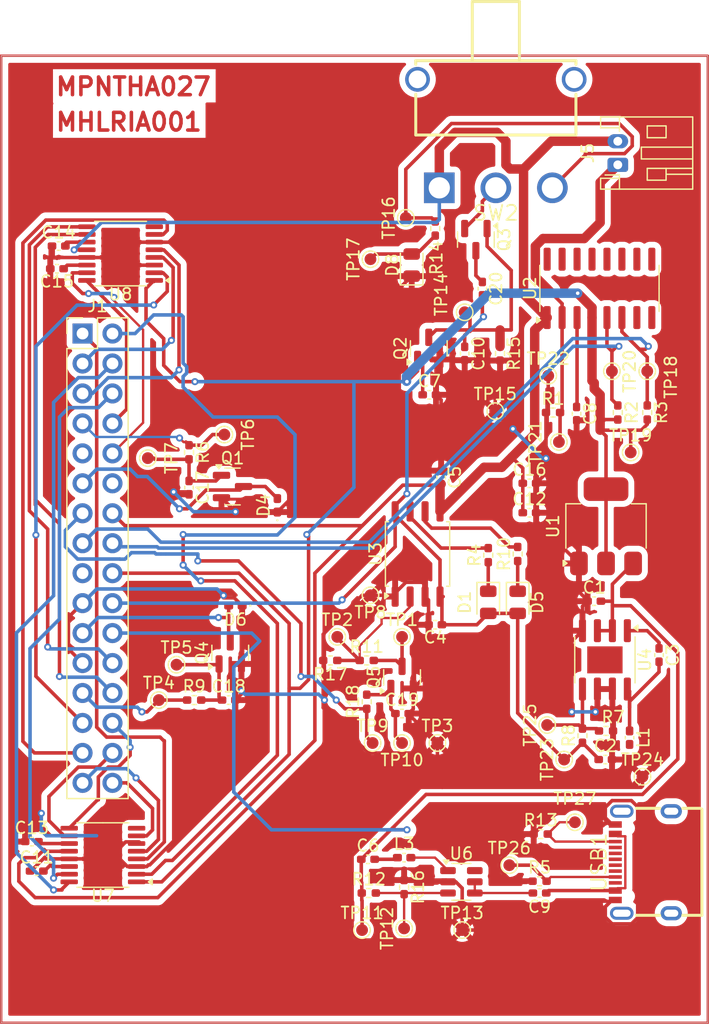
<source format=kicad_pcb>
(kicad_pcb (version 20241229) (generator "pcbnew") (generator_version "9.0")
  (title_block (title "Power Subsystem") (date "2025-04-09") (rev "v2.0") (company "UCT") (comment 1 "EEE3088F") (comment 2 "MPNTHA027") (comment 3 "MHLRIA001"))
  (layers (0 "F.Cu" signal) (2 "B.Cu" signal) (13 "F.Paste" user) (5 "F.SilkS" user "F.Silkscreen") (7 "B.SilkS" user "B.Silkscreen") (1 "F.Mask" user) (3 "B.Mask" user) (25 "Edge.Cuts" user))
  (net 0 "")
  (net 1 "/High Voltage (9V)")
  (net 2 "Net-(USB1-CC2)")
  (net 3 "Net-(U6-FB)")
  (net 4 "Net-(U4-VSENSE)")
  (net 5 "GND")
  (net 6 "/BAT-")
  (net 7 "/I2C1_SCL")
  (net 8 "/3V3 Out ")
  (net 9 "/I2C1_SDA ")
  (net 10 "Net-(D8-Pad2)")
  (net 11 "Net-(USB1-CC1)")
  (net 12 "Net-(Q5-G)")
  (net 13 "/FAST_CHARGE_CTRL")
  (net 14 "Net-(Q1-G)")
  (net 15 "/CTRL_EXT_LOAD2 ")
  (net 16 "Net-(Q4-G)")
  (net 17 "/CTRL_EXT_LOAD1")
  (net 18 "/PROG")
  (net 19 "Net-(Q5-D)")
  (net 20 "Net-(Q2-D)")
  (net 21 "Net-(U3-CHRG#)")
  (net 22 "Net-(D1-Pad1)")
  (net 23 "Net-(D5-Pad1)")
  (net 24 "Net-(U3-STDBY#)")
  (net 26 "Net-(U6-EN)")
  (net 27 "Net-(U6-SW)")
  (net 28 "Net-(Q3-D)")
  (net 29 "Net-(Q3-S)")
  (net 30 "/EXT_LOAD2_OUT ")
  (net 31 "/EXT_LOAD1_OUT")
  (net 32 "/5V Out")
  (net 33 "/BAT+")
  (net 34 "Net-(U4-BOOT)")
  (net 35 "Net-(U4-PH)")
  (net 38 "Net-(U2-GND)")
  (net 39 "/MOTOR2_CTRL2")
  (net 40 "/MOTOR2_CTRL1")
  (net 41 "/MOTOR1_CTRL2")
  (net 42 "/Motor2_B_OUT")
  (net 43 "/MOTOR1_A_OUT")
  (net 44 "/Motor2_A_OUT ")
  (net 45 "/MOTOR1_CTRL1")
  (net 46 "/MOTOR1_B_OUT ")
  (net 47 "/MOTOR4_CTRL1")
  (net 48 "/MOTOR3_CTRL2")
  (net 49 "/Motor4_A_OUT ")
  (net 50 "/MOTOR3_B_OUT")
  (net 51 "Net-(U8-VINT)")
  (net 52 "Net-(U8-VCP)")
  (net 53 "/MOTOR3_A_OUT")
  (net 54 "/Motor4_B_OUT")
  (net 56 "/MOTOR4_CTRL2")
  (net 57 "/MOTOR3_CTRL1")
  (net 58 "Net-(C6-Pad2)")
  (net 59 "/USART2_RX")
  (net 61 "/USART2_TX ")
  (net 62 "Net-(C9-Pad1)")
  (net 73 "Net-(R14-Pad1)")
  (net 76 "Net-(U7-VINT)")
  (net 77 "Net-(U7-VCP)")
  (footprint "TestPoint:TestPoint_Pad_D1.0mm" (layer "F.Cu") (at 230.537489 100.775189)
    (property "Reference" "TP2")
    (property "Value" "TestPoint" (hide yes))
  )
  (footprint "TestPoint:TestPoint_Pad_D1.0mm" (layer "F.Cu") (at 253.854739 78.250439 90)
    (property "Reference" "TP20")
    (property "Value" "TestPoint" (hide yes))
  )
  (footprint "Resistor_SMD:R_0402_1005Metric_Pad0.72x0.64mm_HandSolder" (layer "F.Cu") (at 238.854739 66.152939 -90)
    (property "Reference" "R14")
    (property "Value" "1kΩ" (hide yes))
  )
  (footprint "Package_TO_SOT_SMD:SOT-23" (layer "F.Cu") (at 221.449739 102.135261 90)
    (property "Reference" "Q4")
    (property "Value" "DMP3099L" (hide yes))
  )
  (footprint "TestPoint:TestPoint_Pad_D1.0mm" (layer "F.Cu") (at 233.354739 97.247761 180)
    (property "Reference" "TP8")
    (property "Value" "TestPoint" (hide yes))
  )
  (footprint "Package_SO:SSOP-8_5.25x5.24mm_P1.27mm" (layer "F.Cu") (at 237.354739 93.747761 90)
    (property "Reference" "U3")
    (property "Value" "TP4056" (hide yes))
  )
  (footprint "TestPoint:TestPoint_Pad_D1.0mm" (layer "F.Cu") (at 250.712339 116.495361 90)
    (property "Reference" "TP27")
    (property "Value" "TestPoint" (hide yes))
  )
  (footprint "Package_TO_SOT_SMD:SOT-23" (layer "F.Cu") (at 238.304739 76.312939 90)
    (property "Reference" "Q2")
    (property "Value" "2N7002" (hide yes))
  )
  (footprint "Resistor_SMD:R_0402_1005Metric_Pad0.72x0.64mm_HandSolder" (layer "F.Cu") (at 245.854739 93.747939 90)
    (property "Reference" "R10")
    (property "Value" "1kΩ" (hide yes))
  )
  (footprint "Package_SO:TSSOP-16_4.4x5mm_P0.65mm" (layer "F.Cu") (at 210.6375 119.275 180)
    (property "Reference" "U7")
    (property "Value" "DRV8833PW")
  )
  (footprint "Capacitor_SMD:C_0402_1005Metric_Pad0.74x0.62mm_HandSolder" (layer "F.Cu") (at 252.354739 97.750439)
    (property "Reference" "C1")
    (property "Value" "10uF" (hide yes))
  )
  (footprint "Capacitor_SMD:C_0402_1005Metric_Pad0.74x0.62mm_HandSolder" (layer "F.Cu") (at 206.882239 67.635261)
    (property "Reference" "C14")
    (property "Value" "10nF" (hide yes))
  )
  (footprint "Resistor_SMD:R_0402_1005Metric_Pad0.72x0.64mm_HandSolder" (layer "F.Cu") (at 248.854739 81.750439)
    (property "Reference" "R1")
    (property "Value" "1Ω" (hide yes))
  )
  (footprint "Package_TO_SOT_SMD:SOT-23" (layer "F.Cu") (at 236.037489 104.212689 90)
    (property "Reference" "Q5")
    (property "Value" "DMP3099L" (hide yes))
  )
  (footprint "Resistor_SMD:R_0402_1005Metric_Pad0.72x0.64mm_HandSolder" (layer "F.Cu") (at 233.037489 102.775189)
    (property "Reference" "R11")
    (property "Value" "5.1kΩ" (hide yes))
  )
  (footprint "Capacitor_SMD:C_0402_1005Metric_Pad0.74x0.62mm_HandSolder" (layer "F.Cu") (at 217.949739 88.120261 -90)
    (property "Reference" "C17")
    (property "Value" "100nF" (hide yes))
  )
  (footprint "Capacitor_SMD:C_0402_1005Metric_Pad0.74x0.62mm_HandSolder" (layer "F.Cu") (at 205.017239 120.635261)
    (property "Reference" "C11")
    (property "Value" "22uF" (hide yes))
  )
  (footprint "Resistor_SMD:R_0402_1005Metric_Pad0.72x0.64mm_HandSolder" (layer "F.Cu") (at 217.949739 85.120261 -90)
    (property "Reference" "R6")
    (property "Value" "100kΩ" (hide yes))
  )
  (footprint "TestPoint:TestPoint_Pad_D1.0mm" (layer "F.Cu") (at 241.354739 73.250439 90)
    (property "Reference" "TP14")
    (property "Value" "TestPoint" (hide yes))
  )
  (footprint "Resistor_SMD:R_0402_1005Metric_Pad0.72x0.64mm_HandSolder" (layer "F.Cu") (at 254.354739 81.750439 -90)
    (property "Reference" "R2")
    (property "Value" "4.7kΩ" (hide yes))
  )
  (footprint "Capacitor_SMD:C_0402_1005Metric_Pad0.74x0.62mm_HandSolder" (layer "F.Cu") (at 221.319739 106.135261)
    (property "Reference" "C18")
    (property "Value" "100nF" (hide yes))
  )
  (footprint "Capacitor_SMD:C_0402_1005Metric_Pad0.74x0.62mm_HandSolder" (layer "F.Cu") (at 241.354739 76.750439 -90)
    (property "Reference" "C10")
    (property "Value" "100nF" (hide yes))
  )
  (footprint "TestPoint:TestPoint_Pad_D1.0mm" (layer "F.Cu") (at 248.354739 108.250439 90)
    (property "Reference" "TP25")
    (property "Value" "TestPoint" (hide yes))
  )
  (footprint "Package_TO_SOT_SMD:SOT-223-3_TabPin2" (layer "F.Cu") (at 253.354739 91.400439 90)
    (property "Reference" "U1")
    (property "Value" "AMS1117")
  )
  (footprint "Capacitor_SMD:C_0402_1005Metric_Pad0.74x0.62mm_HandSolder" (layer "F.Cu") (at 206.736239 69.560261)
    (property "Reference" "C15")
    (property "Value" "22uF" (hide yes))
  )
  (footprint "TestPoint:TestPoint_Pad_D1.0mm" (layer "F.Cu") (at 243.949739 81.635261)
    (property "Reference" "TP15")
    (property "Value" "TestPoint" (hide yes))
  )
  (footprint "Package_SO:SOIC-8-1EP_3.9x4.9mm_P1.27mm_EP2.29x3mm" (layer "F.Cu") (at 253.259739 102.725439 -90)
    (property "Reference" "U4")
    (property "Value" "TPS54331DR")
  )
  (footprint "Connector_JST:JST_PH_S2B-PH-K_1x02_P2.00mm_Horizontal" (layer "F.Cu") (at 254.354739 60.750439 90)
    (property "Reference" "J5")
    (property "Value" "Conn_01x02" (hide yes))
  )
  (footprint "Capacitor_SMD:C_0402_1005Metric_Pad0.74x0.62mm_HandSolder" (layer "F.Cu") (at 253.298739 111.177689)
    (property "Reference" "C2")
    (property "Value" "22uF" (hide yes))
  )
  (footprint "DESIGN:SW-TH_K3-1391B-51" (layer "F.Cu") (at 243.9999 58.1001 180)
    (property "Reference" "SW2")
    (property "Value" "K3-1391B-51")
  )
  (footprint "TestPoint:TestPoint_Pad_D1.0mm" (layer "F.Cu") (at 236.037489 100.775189)
    (property "Reference" "TP1")
    (property "Value" "TestPoint" (hide yes))
  )
  (footprint "Resistor_SMD:R_0402_1005Metric_Pad0.72x0.64mm_HandSolder" (layer "F.Cu") (at 251.354739 109.152939 90)
    (property "Reference" "R8")
    (property "Value" "33kΩ" (hide yes))
  )
  (footprint "Package_TO_SOT_SMD:SOT-23-6" (layer "F.Cu") (at 241.074839 121.545361)
    (property "Reference" "U6")
    (property "Value" "MT3608L" (hide yes))
  )
  (footprint "TestPoint:TestPoint_Pad_D1.0mm" (layer "F.Cu") (at 214.449739 85.620261 90)
    (property "Reference" "TP7")
    (property "Value" "TestPoint" (hide yes))
  )
  (footprint "Capacitor_SMD:C_0402_1005Metric_Pad0.74x0.62mm_HandSolder" (layer "F.Cu") (at 247.712339 122.495361 180)
    (property "Reference" "C9")
    (property "Value" "22uF" (hide yes))
  )
  (footprint "TestPoint:TestPoint_Pad_D1.0mm" (layer "F.Cu") (at 236.354739 65.250439 90)
    (property "Reference" "TP16")
    (property "Value" "TestPoint" (hide yes))
  )
  (footprint "TestPoint:TestPoint_Pad_D1.0mm" (layer "F.Cu") (at 233.354739 68.750439 90)
    (property "Reference" "TP17")
    (property "Value" "TestPoint" (hide yes))
  )
  (footprint "Capacitor_SMD:C_0402_1005Metric_Pad0.74x0.62mm_HandSolder" (layer "F.Cu") (at 246.854739 87.750439)
    (property "Reference" "C16")
    (property "Value" "10uF" (hide yes))
  )
  (footprint "Capacitor_SMD:C_0402_1005Metric_Pad0.74x0.62mm_HandSolder" (layer "F.Cu") (at 204.598739 118.135261)
    (property "Reference" "C13")
    (property "Value" "10nF" (hide yes))
  )
  (footprint "LED_SMD:LED_0805_2012Metric" (layer "F.Cu") (at 236.854739 69.250439 90)
    (property "Reference" "D8")
    (property "Value" "White" (hide yes))
  )
  (footprint "TestPoint:TestPoint_Pad_D1.0mm" (layer "F.Cu") (at 215.387239 106.135261)
    (property "Reference" "TP4")
    (property "Value" "TestPoint" (hide yes))
  )
  (footprint "Capacitor_SMD:C_0402_1005Metric_Pad0.74x0.62mm_HandSolder" (layer "F.Cu") (at 239.354739 87.250439 -90)
    (property "Reference" "C5")
    (property "Value" "10uF" (hide yes))
  )
  (footprint "TestPoint:TestPoint_Pad_D1.0mm" (layer "F.Cu") (at 249.354739 84.250439 90)
    (property "Reference" "TP21")
    (property "Value" "TestPoint" (hide yes))
  )
  (footprint "Capacitor_SMD:C_0402_1005Metric_Pad0.74x0.62mm_HandSolder" (layer "F.Cu") (at 242.854739 71.250439 -90)
    (property "Reference" "C20")
    (property "Value" "100nF" (hide yes))
  )
  (footprint "Capacitor_SMD:C_0402_1005Metric_Pad0.74x0.62mm_HandSolder" (layer "F.Cu") (at 246.854739 90.250439)
    (property "Reference" "C12")
    (property "Value" "10uF" (hide yes))
  )
  (footprint "TestPoint:TestPoint_Pad_D1.0mm" (layer "F.Cu") (at 216.887239 103.135261)
    (property "Reference" "TP5")
    (property "Value" "TestPoint" (hide yes))
  )
  (footprint "TestPoint:TestPoint_Pad_D1.0mm" (layer "F.Cu") (at 236.212339 125.495361 90)
    (property "Reference" "TP12")
    (property "Value" "TestPoint" (hide yes))
  )
  (footprint "Resistor_SMD:R_0402_1005Metric_Pad0.72x0.64mm_HandSolder" (layer "F.Cu") (at 236.212339 121.995361 -90)
    (property "Reference" "R16")
    (property "Value" "8.2kΩ" (hide yes))
  )
  (footprint "Capacitor_SMD:C_0402_1005Metric_Pad0.74x0.62mm_HandSolder" (layer "F.Cu") (at 233.142239 119.635261)
    (property "Reference" "C6")
    (property "Value" "22uF" (hide yes))
  )
  (footprint "TestPoint:TestPoint_Pad_D1.0mm" (layer "F.Cu") (at 239.037489 109.775189)
    (property "Reference" "TP3")
    (property "Value" "TestPoint" (hide yes))
  )
  (footprint "TestPoint:TestPoint_Pad_D1.0mm" (layer "F.Cu") (at 255.449739 85.135261)
    (property "Reference" "TP19")
    (property "Value" "TestPoint" (hide yes))
  )
  (footprint "TestPoint:TestPoint_Pad_D1.0mm" (layer "F.Cu") (at 241.142239 125.635261)
    (property "Reference" "TP13")
    (property "Value" "TestPoint" (hide yes))
  )
  (footprint "Resistor_SMD:R_0402_1005Metric_Pad0.72x0.64mm_HandSolder" (layer "F.Cu") (at 229.939989 102.775189 180)
    (property "Reference" "R17")
    (property "Value" "2.2kΩ" (hide yes))
  )
  (footprint "Diode_SMD:D_0402_1005Metric_Pad0.77x0.64mm_HandSolder" (layer "F.Cu") (at 221.887239 98.135261 180)
    (property "Reference" "D6")
    (property "Value" "1N4148WS" (hide yes))
  )
  (footprint "Capacitor_SMD:C_0402_1005Metric_Pad0.74x0.62mm_HandSolder" (layer "F.Cu") (at 236.037489 107.275189)
    (property "Reference" "C19")
    (property "Value" "100nF" (hide yes))
  )
  (footprint "Resistor_SMD:R_0402_1005Metric_Pad0.72x0.64mm_HandSolder" (layer "F.Cu") (at 233.212339 122.495361)
    (property "Reference" "R12")
    (property "Value" "120kΩ" (hide yes))
  )
  (footprint "TestPoint:TestPoint_Pad_D1.0mm" (layer "F.Cu") (at 232.642239 125.635261)
    (property "Reference" "TP11")
    (property "Value" "TestPoint" (hide yes))
  )
  (footprint "TestPoint:TestPoint_Pad_D1.0mm" (layer "F.Cu") (at 248.449739 78.635261)
    (property "Reference" "TP22")
    (property "Value" "TestPoint" (hide yes))
  )
  (footprint "Capacitor_SMD:C_0402_1005Metric_Pad0.74x0.62mm_HandSolder" (layer "F.Cu") (at 250.854739 81.847939 -90)
    (property "Reference" "C8")
    (property "Value" "100nF" (hide yes))
  )
  (footprint "Resistor_SMD:R_0402_1005Metric_Pad0.72x0.64mm_HandSolder" (layer "F.Cu") (at 247.809839 117.495361)
    (property "Reference" "R13")
    (property "Value" "5.1kΩ" (hide yes))
  )
  (footprint "TestPoint:TestPoint_Pad_D1.0mm" (layer "F.Cu") (at 249.798739 111.177689 90)
    (property "Reference" "TP23")
    (property "Value" "TestPoint" (hide yes))
  )
  (footprint "Package_SO:TSSOP-16_4.4x5mm_P0.65mm" (layer "F.Cu") (at 212.1375 68.275 180)
    (property "Reference" "U8")
    (property "Value" "DRV8833PW")
  )
  (footprint "TestPoint:TestPoint_Pad_D1.0mm" (layer "F.Cu") (at 236.037489 109.775189 180)
    (property "Reference" "TP10")
    (property "Value" "TestPoint" (hide yes))
  )
  (footprint "Package_TO_SOT_SMD:SOT-23" (layer "F.Cu") (at 221.642239 88.025261)
    (property "Reference" "Q1")
    (property "Value" "DMP3099L" (hide yes))
  )
  (footprint "Capacitor_SMD:C_0402_1005Metric_Pad0.74x0.62mm_HandSolder" (layer "F.Cu") (at 238.854739 99.747761)
    (property "Reference" "C4")
    (property "Value" "10uF" (hide yes))
  )
  (footprint "TestPoint:TestPoint_Pad_D1.0mm" (layer "F.Cu") (at 256.449739 112.635261)
    (property "Reference" "TP24")
    (property "Value" "TestPoint" (hide yes))
  )
  (footprint "Resistor_SMD:R_0402_1005Metric_Pad0.72x0.64mm_HandSolder" (layer "F.Cu") (at 247.712339 121.495361)
    (property "Reference" "R5")
    (property "Value" "5.1kΩ" (hide yes))
  )
  (footprint "TestPoint:TestPoint_Pad_D1.0mm" (layer "F.Cu") (at 233.537489 109.775189)
    (property "Reference" "TP9")
    (property "Value" "TestPoint" (hide yes))
  )
  (footprint "Inductor_SMD:L_0402_1005Metric_Pad0.77x0.64mm_HandSolder" (layer "F.Cu") (at 255.354739 109.322939 -90)
    (property "Reference" "L1")
    (property "Value" "10uH,25mA" (hide yes))
  )
  (footprint "Capacitor_SMD:C_0402_1005Metric_Pad0.74x0.62mm_HandSolder" (layer "F.Cu") (at 257.854739 102.317939 -90)
    (property "Reference" "C3")
    (property "Value" "10nF" (hide yes))
  )
  (footprint "Resistor_SMD:R_0402_1005Metric_Pad0.72x0.64mm_HandSolder" (layer "F.Cu") (at 243.354739 93.845439 90)
    (property "Reference" "R4")
    (property "Value" "1kΩ" (hide yes))
  )
  (footprint "TestPoint:TestPoint_Pad_D1.0mm" (layer "F.Cu") (at 245.142239 120.135261)
    (property "Reference" "TP26")
    (property "Value" "TestPoint" (hide yes))
  )
  (footprint "Package_SO:SOIC-16_3.9x9.9mm_P1.27mm" (layer "F.Cu") (at 252.799739 71.225439 90)
    (property "Reference" "U2")
    (property "Value" "INA219AIDCNR")
  )
  (footprint "Resistor_SMD:R_0402_1005Metric_Pad0.72x0.64mm_HandSolder" (layer "F.Cu") (at 233.037489 106.275189 90)
    (property "Reference" "R18")
    (property "Value" "100kΩ" (hide yes))
  )
  (footprint "DESIGN:USB-C-SMD_TYPE-C-6PIN-2MD-073" (layer "F.Cu") (at 256.517239 119.885461 90)
    (property "Reference" "USB1")
    (property "Value" "TYPE-C 16PIN 2MD(073)" (hide yes))
  )
  (footprint "Diode_SMD:D_0402_1005Metric_Pad0.77x0.64mm_HandSolder" (layer "F.Cu") (at 225.449739 89.620261 90)
    (property "Reference" "D4")
    (property "Value" "1N4148WS" (hide yes))
  )
  (footprint "Connector_PinHeader_2.54mm:PinHeader_2x16_P2.54mm_Vertical" (layer "F.Cu") (at 208.909739 75.055261)
    (property "Reference" "J1")
    (property "Value" "Conn_02x16_Odd_Even" (hide yes))
  )
  (footprint "Capacitor_SMD:C_0402_1005Metric_Pad0.74x0.62mm_HandSolder" (layer "F.Cu") (at 238.354739 80.250439)
    (property "Reference" "C7")
    (property "Value" "10uF" (hide yes))
  )
  (footprint "Resistor_SMD:R_0402_1005Metric_Pad0.72x0.64mm_HandSolder" (layer "F.Cu") (at 244.354739 76.750439 -90)
    (property "Reference" "R15")
    (property "Value" "100kΩ" (hide yes))
  )
  (footprint "Resistor_SMD:R_0402_1005Metric_Pad0.72x0.64mm_HandSolder" (layer "F.Cu") (at 218.387239 106.135261)
    (property "Reference" "R9")
    (property "Value" "100kΩ" (hide yes))
  )
  (footprint "TestPoint:TestPoint_Pad_D1.0mm" (layer "F.Cu") (at 220.949739 83.620261 -90)
    (property "Reference" "TP6")
    (property "Value" "TestPoint" (hide yes))
  )
  (footprint "LED_SMD:LED_0805_2012Metric" (layer "F.Cu") (at 243.354739 97.845439 -90)
    (property "Reference" "D1")
    (property "Value" "Red" (hide yes))
  )
  (footprint "LED_SMD:LED_0805_2012Metric" (layer "F.Cu") (at 245.854739 97.845439 -90)
    (property "Reference" "D5")
    (property "Value" "White" (hide yes))
  )
  (footprint "Inductor_SMD:L_0402_1005Metric_Pad0.77x0.64mm_HandSolder" (layer "F.Cu") (at 236.212339 119.495361)
    (property "Reference" "L3")
    (property "Value" "4.7uH,15mA" (hide yes))
  )
  (footprint "Resistor_SMD:R_0402_1005Metric_Pad0.72x0.64mm_HandSolder" (layer "F.Cu") (at 256.854739 81.750439 -90)
    (property "Reference" "R3")
    (property "Value" "4.7kΩ" (hide yes))
  )
  (footprint "Package_TO_SOT_SMD:SOT-23" (layer "F.Cu") (at 242.304739 67.090439 -90)
    (property "Reference" "Q3")
    (property "Value" "SI2301CDS-T1-GE3" (hide yes))
  )
  (footprint "Resistor_SMD:R_0402_1005Metric_Pad0.72x0.64mm_HandSolder" (layer "F.Cu") (at 253.354739 108.750439)
    (property "Reference" "R7")
    (property "Value" "10kΩ" (hide yes))
  )
  (footprint "TestPoint:TestPoint_Pad_D1.0mm" (layer "F.Cu") (at 256.854739 78.250439 90)
    (property "Reference" "TP18")
    (property "Value" "TestPoint" (hide yes))
  )
  (gr_rect (start 202 51.5) (end 262 133.5) (stroke (width 0.2)) (fill no) (layer "F.Cu") (net 74))
  (gr_rect (start 202 51.5) (end 262 133.5) (stroke (width 0.05)) (fill no) (layer "Edge.Cuts"))
  (gr_text "MHLRIA001\n" (at 206.5 58 0) (layer "F.Cu") (effects (font (size 1.5 1.5) (thickness 0.3) (bold yes)) (justify left bottom)))
  (gr_text "MPNTHA027" (at 206.5 55 0) (layer "F.Cu") (effects (font (size 1.5 1.5) (thickness 0.3) (bold yes)) (justify left bottom)))
  (segment (start 232.574739 121.595161) (end 232.614839 121.635261) (width 0.3) (layer "F.Cu") (net 1))
  (segment (start 232.574739 119.635261) (end 235.262239 116.947761) (width 0.3) (layer "F.Cu") (net 1))
  (segment (start 253.894739 97.750439) (end 253.894739 98.135261) (width 0.3) (layer "F.Cu") (net 1))
  (segment (start 232.642239 123.135261) (end 232.642239 125.635261) (width 0.3) (layer "F.Cu") (net 1))
  (segment (start 255.449739 98.135261) (end 253.894739 98.135261) (width 0.3) (layer "F.Cu") (net 1))
  (segment (start 259.449739 111.135261) (end 259.449739 102.135261) (width 0.3) (layer "F.Cu") (net 1))
  (segment (start 232.614839 123.107861) (end 232.642239 123.135261) (width 0.3) (layer "F.Cu") (net 1))
  (segment (start 256.449739 114.135261) (end 259.449739 111.135261) (width 0.3) (layer "F.Cu") (net 1))
  (segment (start 235.262239 116.947761) (end 238.074739 114.135261) (width 0.3) (layer "F.Cu") (net 1))
  (segment (start 255.654739 94.550439) (end 254.154739 96.050439) (width 0.3) (layer "F.Cu") (net 1))
  (segment (start 238.074739 114.135261) (end 256.449739 114.135261) (width 0.3) (layer "F.Cu") (net 1))
  (segment (start 259.449739 102.135261) (end 255.449739 98.135261) (width 0.3) (layer "F.Cu") (net 1))
  (segment (start 232.614839 121.607861) (end 232.614839 121.635261) (width 0.3) (layer "F.Cu") (net 1))
  (segment (start 252.922239 97.750439) (end 253.894739 97.750439) (width 0.3) (layer "F.Cu") (net 1))
  (segment (start 236.449739 117.135261) (end 235.449739 117.135261) (width 0.3) (layer "F.Cu") (net 1))
  (segment (start 253.894739 100.250439) (end 252.624739 100.250439) (width 0.3) (layer "F.Cu") (net 1))
  (segment (start 235.449739 117.135261) (end 235.262239 116.947761) (width 0.3) (layer "F.Cu") (net 1))
  (segment (start 253.894739 98.135261) (end 253.894739 100.250439) (width 0.3) (layer "F.Cu") (net 1))
  (segment (start 254.154739 96.050439) (end 253.894739 96.310439) (width 0.3) (layer "F.Cu") (net 1))
  (segment (start 232.574739 119.635261) (end 232.574739 121.595161) (width 0.3) (layer "F.Cu") (net 1))
  (segment (start 232.614839 122.495361) (end 232.614839 123.107861) (width 0.3) (layer "F.Cu") (net 1))
  (segment (start 232.614839 121.635261) (end 232.614839 122.495361) (width 0.3) (layer "F.Cu") (net 1))
  (segment (start 253.894739 96.310439) (end 253.894739 97.750439) (width 0.3) (layer "F.Cu") (net 1))
  (via (at 236.449739 117.135261) (size 0.6) (drill 0.3) (layers "F.Cu" "B.Cu") (net 1))
  (via (at 236.449739 117.135261) (size 0.6) (drill 0.3) (layers "F.Cu" "B.Cu") (net 1))
  (via (at 236.449739 117.135261) (size 0.6) (drill 0.3) (layers "F.Cu" "B.Cu") (net 1))
  (segment (start 221.748739 103.336261) (end 221.748739 113.934261) (width 0.3) (layer "B.Cu") (net 1))
  (segment (start 223.269739 100.455261) (end 223.949739 101.135261) (width 0.3) (layer "B.Cu") (net 1))
  (segment (start 221.748739 113.934261) (end 224.949739 117.135261) (width 0.3) (layer "B.Cu") (net 1))
  (segment (start 223.949739 101.135261) (end 221.748739 103.336261) (width 0.3) (layer "B.Cu") (net 1))
  (segment (start 224.949739 117.135261) (end 236.449739 117.135261) (width 0.3) (layer "B.Cu") (net 1))
  (segment (start 211.449739 100.455261) (end 223.269739 100.455261) (width 0.3) (layer "B.Cu") (net 1))
  (segment (start 250.712339 116.495361) (end 249.407339 116.495361) (width 0.2) (layer "F.Cu") (net 2))
  (segment (start 248.407339 117.495361) (end 249.047239 118.135261) (width 0.2) (layer "F.Cu") (net 2))
  (segment (start 249.407339 116.495361) (end 248.407339 117.495361) (width 0.2) (layer "F.Cu") (net 2))
  (segment (start 249.047239 118.135261) (end 254.142239 118.135261) (width 0.2) (layer "F.Cu") (net 2))
  (segment (start 239.937339 122.495361) (end 236.309839 122.495361) (width 0.2) (layer "F.Cu") (net 3))
  (segment (start 236.212339 125.495361) (end 236.212339 122.592861) (width 0.2) (layer "F.Cu") (net 3))
  (segment (start 236.309839 122.495361) (end 236.212339 122.592861) (width 0.2) (layer "F.Cu") (net 3))
  (segment (start 236.114839 122.495361) (end 236.212339 122.592861) (width 0.2) (layer "F.Cu") (net 3))
  (segment (start 233.809839 122.495361) (end 236.114839 122.495361) (width 0.2) (layer "F.Cu") (net 3))
  (segment (start 251.354739 108.555439) (end 252.562239 108.555439) (width 0.3) (layer "F.Cu") (net 4))
  (segment (start 251.049739 108.250439) (end 251.354739 108.555439) (width 0.3) (layer "F.Cu") (net 4))
  (segment (start 248.354739 108.250439) (end 251.049739 108.250439) (width 0.3) (layer "F.Cu") (net 4))
  (segment (start 251.354739 108.555439) (end 251.354739 105.200439) (width 0.3) (layer "F.Cu") (net 4))
  (segment (start 252.562239 108.555439) (end 252.757239 108.750439) (width 0.3) (layer "F.Cu") (net 4))
  (segment (start 248.257239 85.135261) (end 248.257239 81.750439) (width 0.3) (layer "F.Cu") (net 5))
  (segment (start 241.142239 125.635261) (end 240.291239 126.486261) (width 0.3) (layer "F.Cu") (net 5))
  (segment (start 244.291239 119.782765) (end 246.578643 117.495361) (width 0.3) (layer "F.Cu") (net 5))
  (segment (start 229.342489 100.552905) (end 232.647633 97.247761) (width 0.3) (layer "F.Cu") (net 5))
  (segment (start 253.867239 116.685461) (end 254.142239 116.685461) (width 0.3) (layer "F.Cu") (net 5))
  (segment (start 241.354739 77.317939) (end 241.787239 77.317939) (width 0.3) (layer "F.Cu") (net 5))
  (segment (start 235.449739 97.360261) (end 235.449739 97.055083) (width 0.3) (layer "F.Cu") (net 5))
  (segment (start 252.624739 105.200439) (end 253.894739 105.200439) (width 0.3) (layer "F.Cu") (net 5))
  (segment (start 236.987489 106.892689) (end 236.604989 107.275189) (width 0.3) (layer "F.Cu") (net 5))
  (segment (start 206.974739 68.610261) (end 209.236239 68.610261) (width 0.3) (layer "F.Cu") (net 5))
  (segment (start 229.342489 102.775189) (end 229.342489 100.552905) (width 0.3) (layer "F.Cu") (net 5))
  (segment (start 255.515345 125.111461) (end 256.043139 124.583667) (width 0.3) (layer "F.Cu") (net 5))
  (segment (start 248.257239 85.635261) (end 248.257239 85.135261) (width 0.3) (layer "F.Cu") (net 5))
  (segment (start 222.399739 98.195261) (end 222.459739 98.135261) (width 0.3) (layer "F.Cu") (net 5))
  (segment (start 203.949739 118.053761) (end 204.031239 118.135261) (width 0.3) (layer "F.Cu") (net 5))
  (segment (start 225.449739 90.192761) (end 221.922239 90.192761) (width 0.3) (layer "F.Cu") (net 5))
  (segment (start 220.876141 97.464261) (end 221.788739 97.464261) (width 0.3) (layer "F.Cu") (net 5))
  (segment (start 253.952239 108.750439) (end 253.952239 105.257939) (width 0.3) (layer "F.Cu") (net 5))
  (segment (start 239.937339 121.545361) (end 240.599838 121.545361) (width 0.3) (layer "F.Cu") (net 5))
  (segment (start 232.647633 97.247761) (end 233.354739 97.247761) (width 0.3) (layer "F.Cu") (net 5))
  (segment (start 236.358061 96.146761) (end 237.753739 96.146761) (width 0.3) (layer "F.Cu") (net 5))
  (segment (start 214.615778 120.110261) (end 223.849739 110.8763) (width 0.3) (layer "F.Cu") (net 5))
  (segment (start 247.422239 90.250439) (end 247.422239 90.917939) (width 0.3) (layer "F.Cu") (net 5))
  (segment (start 247.422239 87.750439) (end 247.422239 90.250439) (width 0.3) (layer "F.Cu") (net 5))
  (segment (start 232.289743 126.486261) (end 231.791239 125.987757) (width 0.3) (layer "F.Cu") (net 5))
  (segment (start 212.848739 66.785261) (end 211.348739 66.785261) (width 0.3) (layer "F.Cu") (net 5))
  (segment (start 256.043139 115.187255) (end 255.515345 114.659461) (width 0.3) (layer "F.Cu") (net 5))
  (segment (start 238.186489 110.626189) (end 239.037489 109.775189) (width 0.3) (layer "F.Cu") (net 5))
  (segment (start 223.849739 110.8763) (end 223.849739 106.802761) (width 0.3) (layer "F.Cu") (net 5))
  (segment (start 250.854739 86.250439) (end 250.354739 86.750439) (width 0.3) (layer "F.Cu") (net 5))
  (segment (start 255.515345 114.659461) (end 253.868933 114.659461) (width 0.3) (layer "F.Cu") (net 5))
  (segment (start 244.354739 80.091261) (end 244.354739 80.040261) (width 0.3) (layer "F.Cu") (net 5))
  (segment (start 237.591611 113.531001) (end 239.449739 113.531001) (width 0.3) (layer "F.Cu") (net 5))
  (segment (start 212.098739 70.535261) (end 211.348739 69.785261) (width 0.3) (layer "F.Cu") (net 5))
  (segment (start 239.789839 121.397861) (end 239.937339 121.545361) (width 0.3) (layer "F.Cu") (net 5))
  (segment (start 235.798739 71.243939) (end 235.798739 81.565559) (width 0.3) (layer "F.Cu") (net 5))
  (segment (start 254.992167 111.177689) (end 256.449739 112.635261) (width 0.3) (layer "F.Cu") (net 5))
  (segment (start 252.142239 115.135261) (end 249.572439 115.135261) (width 0.3) (layer "F.Cu") (net 5))
  (segment (start 206.168739 68.635261) (end 206.168739 69.560261) (width 0.3) (layer "F.Cu") (net 5))
  (segment (start 206.168739 68.635261) (end 206.949739 68.635261) (width 0.3) (layer "F.Cu") (net 5))
  (segment (start 203.949739 117.193261) (end 203.949739 118.053761) (width 0.3) (layer "F.Cu") (net 5))
  (segment (start 251.787239 97.682939) (end 251.054739 96.950439) (width 0.3) (layer "F.Cu") (net 5))
  (segment (start 251.787239 97.750439) (end 251.787239 97.682939) (width 0.3) (layer "F.Cu") (net 5))
  (segment (start 238.922239 77.582939) (end 239.254739 77.250439) (width 0.3) (layer "F.Cu") (net 5))
  (segment (start 241.354739 77.317939) (end 239.322239 77.317939) (width 0.3) (layer "F.Cu") (net 5))
  (segment (start 211.348739 68.285261) (end 211.348739 66.785261) (width 0.3) (layer "F.Cu") (net 5))
  (segment (start 245.298843 121.495361) (end 244.291239 120.487757) (width 0.3) (layer "F.Cu") (net 5))
  (segment (start 252.624739 105.200439) (end 252.624739 106.960261) (width 0.3) (layer "F.Cu") (net 5))
  (segment (start 244.354739 80.040261) (end 244.354739 77.347939) (width 0.3) (layer "F.Cu") (net 5))
  (segment (start 253.292239 116.110461) (end 253.867239 116.685461) (width 0.3) (layer "F.Cu") (net 5))
  (segment (start 236.212339 121.397861) (end 239.789839 121.397861) (width 0.3) (layer "F.Cu") (net 5))
  (segment (start 238.287239 99.747761) (end 238.287239 103.850439) (width 0.3) (layer "F.Cu") (net 5))
  (segment (start 244.291239 120.487757) (end 244.291239 119.782765) (width 0.3) (layer "F.Cu") (net 5))
  (segment (start 229.342489 106.783685) (end 233.184993 110.626189) (width 0.3) (layer "F.Cu") (net 5))
  (segment (start 236.604989 107.342689) (end 239.037489 109.775189) (width 0.3) (layer "F.Cu") (net 5))
  (segment (start 236.604989 107.275189) (end 236.604989 107.342689) (width 0.3) (layer "F.Cu") (net 5))
  (segment (start 256.449739 113.426741) (end 256.449739 112.635261) (width 0.3) (layer "F.Cu") (net 5))
  (segment (start 206.949739 68.635261) (end 206.974739 68.610261) (width 0.3) (layer "F.Cu") (net 5))
  (segment (start 253.866239 111.177689) (end 253.866239 108.836439) (width 0.3) (layer "F.Cu") (net 5))
  (segment (start 212.848739 68.285261) (end 212.848739 66.785261) (width 0.3) (layer "F.Cu") (net 5))
  (segment (start 256.345479 113.531001) (end 256.449739 113.426741) (width 0.3) (layer "F.Cu") (net 5))
  (segment (start 225.449739 90.192761) (end 234.076941 81.565559) (width 0.3) (layer "F.Cu") (net 5))
  (segment (start 243.949739 81.635261) (end 245.449739 83.135261) (width 0.3) (layer "F.Cu") (net 5))
  (segment (start 239.322239 77.317939) (end 239.254739 77.250439) (width 0.3) (layer "F.Cu") (net 5))
  (segment (start 247.422239 87.750439) (end 248.257239 86.915439) (width 0.3) (layer "F.Cu") (net 5))
  (segment (start 217.746239 88.484261) (end 216.642239 88.484261) (width 0.3) (layer "F.Cu") (net 5))
  (segment (start 213.823739 67.310261) (end 214.961239 67.310261) (width 0.3) (layer "F.Cu") (net 5))
  (segment (start 248.449739 81.557939) (end 248.257239 81.750439) (width 0.3) (layer "F.Cu") (net 5))
  (segment (start 207.708739 99.116261) (end 208.909739 97.915261) (width 0.3) (layer "F.Cu") (net 5))
  (segment (start 251.054739 93.450439) (end 251.054739 94.550439) (width 0.3) (layer "F.Cu") (net 5))
  (segment (start 220.704739 88.975261) (end 221.893489 90.164011) (width 0.3) (layer "F.Cu") (net 5))
  (segment (start 247.114839 121.495361) (end 245.298843 121.495361) (width 0.3) (layer "F.Cu") (net 5))
  (segment (start 236.987489 105.150189) (end 236.987489 106.892689) (width 0.3) (layer "F.Cu") (net 5))
  (segment (start 235.449739 97.055083) (end 236.358061 96.146761) (width 0.3) (layer "F.Cu") (net 5))
  (segment (start 253.292239 115.236155) (end 253.292239 116.110461) (width 0.3) (layer "F.Cu") (net 5))
  (segment (start 251.354739 100.250439) (end 251.354739 98.182939) (width 0.3) (layer "F.Cu") (net 5))
  (segment (start 210.098739 117.635261) (end 210.098739 119.135261) (width 0.3) (layer "F.Cu") (net 5))
  (segment (start 241.787239 77.317939) (end 241.817239 77.347939) (width 0.3) (layer "F.Cu") (net 5))
  (segment (start 210.098739 119.135261) (end 210.098739 120.635261) (width 0.3) (layer "F.Cu") (net 5))
  (segment (start 253.868933 114.659461) (end 253.292239 115.236155) (width 0.3) (layer "F.Cu") (net 5))
  (segment (start 238.287239 99.747761) (end 238.287239 97.657761) (width 0.3) (layer "F.Cu") (net 5))
  (segment (start 214.5 120.110261) (end 214.360261 120.25) (width 0.3) (layer "F.Cu") (net 5))
  (segment (start 254.142239 123.085461) (end 253.867239 123.085461) (width 0.3) (layer "F.Cu") (net 5))
  (segment (start 214.5 120.110261) (end 214.615778 120.110261) (width 0.3) (layer "F.Cu") (net 5))
  (segment (start 250.354739 86.750439) (end 250.354739 92.750439) (width 0.3) (layer "F.Cu") (net 5))
  (segment (start 241.142239 122.087762) (end 241.142239 125.635261) (width 0.3) (layer "F.Cu") (net 5))
  (segment (start 252.624739 106.960261) (end 252.449739 107.135261) (width 0.3) (layer "F.Cu") (net 5))
  (segment (start 212.848739 69.785261) (end 212.098739 70.535261) (width 0.3) (layer "F.Cu") (net 5))
  (segment (start 236.854739 70.187939) (end 220.502417 70.187939) (width 0.3) (layer "F.Cu") (net 5))
  (segment (start 204.531239 120.635261) (end 205.6665 119.5) (width 0.3) (layer "F.Cu") (net 5))
  (segment (start 231.791239 119.331373) (end 237.591611 113.531001) (width 0.3) (layer "F.Cu") (net 5))
  (segment (start 237.989739 96.382761) (end 237.989739 97.360261) (width 0.3) (layer "F.Cu") (net 5))
  (segment (start 217.949739 88.687761) (end 217.746239 88.484261) (width 0.3) (layer "F.Cu") (net 5))
  (segment (start 211.598739 120.635261) (end 211.598739 119.135261) (width 0.3) (layer "F.Cu") (net 5))
  (segment (start 253.866239 111.177689) (end 254.992167 111.177689) (width 0.3) (layer "F.Cu") (net 5))
  (segment (start 253.868933 125.111461) (end 255.515345 125.111461) (width 0.3) (layer "F.Cu") (net 5))
  (segment (start 239.354739 81.135261) (end 239.354739 80.682939) (width 0.3) (layer "F.Cu") (net 5))
  (segment (start 214.360261 120.25) (end 213.5 120.25) (width 0.3) (layer "F.Cu") (net 5))
  (segment (start 239.449739 113.531001) (end 256.345479 113.531001) (width 0.3) (layer "F.Cu") (net 5))
  (segment (start 233.354739 97.247761) (end 235.337239 97.247761) (width 0.3) (layer "F.Cu") (net 5))
  (segment (start 205.6665 119.5) (end 205.706239 119.460261) (width 0.3) (layer "F.Cu") (net 5))
  (segment (start 211.348739 69.785261) (end 211.348739 68.285261) (width 0.3) (layer "F.Cu") (net 5))
  (segment (start 236.854739 70.187939) (end 235.798739 71.243939) (width 0.3) (layer "F.Cu") (net 5))
  (segment (start 238.922239 80.250439) (end 238.922239 77.582939) (width 0.3) (layer "F.Cu") (net 5))
  (segment (start 211.598739 119.135261) (end 211.598739 117.635261) (width 0.3) (layer "F.Cu") (net 5))
  (segment (start 222.399739 105.622761) (end 221.887239 106.135261) (width 0.3) (layer "F.Cu") (net 5))
  (segment (start 251.354739 100.250439) (end 250.449739 101.155439) (width 0.3) (layer "F.Cu") (net 5))
  (segment (start 222.399739 105.352761) (end 222.399739 105.622761) (width 0.3) (layer "F.Cu") (net 5))
  (segment (start 209.236239 68.610261) (end 211.023739 68.610261) (width 0.3) (layer "F.Cu") (net 5))
  (segment (start 251.054739 96.950439) (end 251.054739 94.550439) (width 0.3) (layer "F.Cu") (net 5))
  (segment (start 250.854739 82.415439) (end 250.854739 86.250439) (width 0.3) (layer "F.Cu") (net 5))
  (segment (start 220.502417 70.187939) (end 217.624739 67.310261) (width 0.3) (layer "F.Cu") (net 5))
  (segment (start 231.791239 125.987757) (end 231.791239 119.331373) (width 0.3) (layer "F.Cu") (net 5))
  (segment (start 256.043139 124.583667) (end 256.043139 115.187255) (width 0.3) (layer "F.Cu") (net 5))
  (segment (start 235.337239 97.247761) (end 235.449739 97.360261) (width 0.3) (layer "F.Cu") (net 5))
  (segment (start 213.373739 69.260261) (end 212.848739 69.785261) (width 0.3) (layer "F.Cu") (net 5))
  (segment (start 238.287239 97.657761) (end 237.989739 97.360261) (width 0.3) (layer "F.Cu") (net 5))
  (segment (start 222.399739 103.072761) (end 222.399739 98.195261) (width 0.3) (layer "F.Cu") (net 5))
  (segment (start 253.292239 123.660461) (end 253.292239 124.534767) (width 0.3) (layer "F.Cu") (net 5))
  (segment (start 209.634 119.6) (end 210.098739 119.135261) (width 0.3) (layer "F.Cu") (net 5))
  (segment (start 206.168739 67.560261) (end 206.168739 68.635261) (width 0.3) (layer "F.Cu") (net 5))
  (segment (start 249.572439 115.135261) (end 247.212339 117.495361) (width 0.3) (layer "F.Cu") (net 5))
  (segment (start 251.317439 125.635261) (end 241.142239 125.635261) (width 0.3) (layer "F.Cu") (net 5))
  (segment (start 239.354739 86.682939) (end 239.354739 81.135261) (width 0.3) (layer "F.Cu") (net 5))
  (segment (start 253.692439 116.685461) (end 252.142239 115.135261) (width 0.3) (layer "F.Cu") (net 5))
  (segment (start 243.949739 80.445261) (end 244.354739 80.040261) (width 0.3) (layer "F.Cu") (net 5))
  (segment (start 239.354739 80.682939) (end 238.922239 80.250439) (width 0.3) (layer "F.Cu") (net 5))
  (segment (start 217.624739 67.310261) (end 214.961239 67.310261) (width 0.3) (layer "F.Cu") (net 5))
  (segment (start 248.449739 78.635261) (end 248.449739 81.557939) (width 0.3) (layer "F.Cu") (net 5))
  (segment (start 241.817239 77.347939) (end 244.354739 77.347939) (width 0.3) (layer "F.Cu") (net 5))
  (segment (start 253.866239 108.836439) (end 253.952239 108.750439) (width 0.3) (layer "F.Cu") (net 5))
  (segment (start 251.354739 98.182939) (end 251.787239 97.750439) (width 0.3) (layer "F.Cu") (net 5))
  (segment (start 207.775 119.6) (end 205.7665 119.6) (width 0.3) (layer "F.Cu") (net 5))
  (segment (start 207.708739 101.794261) (end 207.708739 99.116261) (width 0.3) (layer "F.Cu") (net 5))
  (segment (start 207.775 119.6) (end 209.634 119.6) (width 0.3) (layer "F.Cu") (net 5))
  (segment (start 254.142239 116.685461) (end 253.692439 116.685461) (width 0.3) (layer "F.Cu") (net 5))
  (segment (start 240.599838 121.545361) (end 241.142239 122.087762) (width 0.3) (layer "F.Cu") (net 5))
  (segment (start 238.287239 103.850439) (end 236.987489 105.150189) (width 0.3) (layer "F.Cu") (net 5))
  (segment (start 212.713478 120.25) (end 213.5 120.25) (width 0.3) (layer "F.Cu") (net 5))
  (segment (start 248.257239 86.915439) (end 248.257239 85.635261) (width 0.3) (layer "F.Cu") (net 5))
  (segment (start 211.598739 119.135261) (end 212.573739 118.160261) (width 0.3) (layer "F.Cu") (net 5))
  (segment (start 243.949739 81.635261) (end 243.949739 80.445261) (width 0.3) (layer "F.Cu") (net 5))
  (segment (start 214.961239 69.260261) (end 213.373739 69.260261) (width 0.3) (layer "F.Cu") (net 5))
  (segment (start 212.573739 118.160261) (end 213.711239 118.160261) (width 0.3) (layer "F.Cu") (net 5))
  (segment (start 246.578643 117.495361) (end 247.212339 117.495361) (width 0.3) (layer "F.Cu") (net 5))
  (segment (start 236.368441 82.135261) (end 236.368441 82.301559) (width 0.3) (layer "F.Cu") (net 5))
  (segment (start 212.848739 68.285261) (end 213.823739 67.310261) (width 0.3) (layer "F.Cu") (net 5))
  (segment (start 239.354739 81.135261) (end 238.354739 82.135261) (width 0.3) (layer "F.Cu") (net 5))
  (segment (start 238.354739 82.135261) (end 236.368441 82.135261) (width 0.3) (layer "F.Cu") (net 5))
  (segment (start 233.184993 110.626189) (end 238.186489 110.626189) (width 0.3) (layer "F.Cu") (net 5))
  (segment (start 253.292239 124.534767) (end 253.868933 125.111461) (width 0.3) (layer "F.Cu") (net 5))
  (segment (start 210.098739 117.635261) (end 211.598739 117.635261) (width 0.3) (layer "F.Cu") (net 5))
  (segment (start 234.076941 81.565559) (end 235.798739 81.565559) (width 0.3) (layer "F.Cu") (net 5))
  (segment (start 222.399739 103.072761) (end 222.399739 105.352761) (width 0.3) (layer "F.Cu") (net 5))
  (segment (start 221.788739 97.464261) (end 222.459739 98.135261) (width 0.3) (layer "F.Cu") (net 5))
  (segment (start 211.598739 119.135261) (end 212.713478 120.25) (width 0.3) (layer "F.Cu") (net 5))
  (segment (start 235.798739 81.565559) (end 236.368441 82.135261) (width 0.3) (layer "F.Cu") (net 5))
  (segment (start 239.037489 109.775189) (end 239.037489 113.118751) (width 0.3) (layer "F.Cu") (net 5))
  (segment (start 208.909739 102.995261) (end 207.708739 101.794261) (width 0.3) (layer "F.Cu") (net 5))
  (segment (start 229.342489 102.775189) (end 229.342489 106.783685) (width 0.3) (layer "F.Cu") (net 5))
  (segment (start 205.7665 119.6) (end 205.6665 119.5) (width 0.3) (layer "F.Cu") (net 5))
  (segment (start 237.753739 96.146761) (end 237.989739 96.382761) (width 0.3) (layer "F.Cu") (net 5))
  (segment (start 221.893489 90.164011) (end 221.922239 90.192761) (width 0.3) (layer "F.Cu") (net 5))
  (segment (start 211.023739 68.610261) (end 211.348739 68.285261) (width 0.3) (layer "F.Cu") (net 5))
  (segment (start 239.037489 113.118751) (end 239.449739 113.531001) (width 0.3) (layer "F.Cu") (net 5))
  (segment (start 253.952239 105.257939) (end 253.894739 105.200439) (width 0.3) (layer "F.Cu") (net 5))
  (segment (start 205.407739 115.735261) (end 203.949739 117.193261) (width 0.3) (layer "F.Cu") (net 5))
  (segment (start 250.354739 92.750439) (end 251.054739 93.450439) (width 0.3) (layer "F.Cu") (net 5))
  (segment (start 247.422239 90.917939) (end 251.054739 94.550439) (width 0.3) (layer "F.Cu") (net 5))
  (segment (start 253.867239 123.085461) (end 253.292239 123.660461) (width 0.3) (layer "F.Cu") (net 5))
  (segment (start 223.849739 106.802761) (end 222.399739 105.352761) (width 0.3) (layer "F.Cu") (net 5))
  (segment (start 250.449739 101.155439) (end 250.449739 107.135261) (width 0.3) (layer "F.Cu") (net 5))
  (segment (start 253.867239 123.085461) (end 251.317439 125.635261) (width 0.3) (layer "F.Cu") (net 5))
  (segment (start 240.291239 126.486261) (end 232.289743 126.486261) (width 0.3) (layer "F.Cu") (net 5))
  (via (at 220.876141 97.265261) (size 0.6) (drill 0.3) (layers "F.Cu" "B.Cu") (net 5))
  (via (at 245.449739 83.135261) (size 0.6) (drill 0.3) (layers "F.Cu" "B.Cu") (net 5))
  (via (at 248.257239 85.635261) (size 0.6) (drill 0.3) (layers "F.Cu" "B.Cu") (net 5))
  (via (at 222.399739 105.352761) (size 0.6) (drill 0.3) (layers "F.Cu" "B.Cu") (net 5))
  (via (at 252.449739 107.135261) (size 0.6) (drill 0.3) (layers "F.Cu" "B.Cu") (net 5))
  (via (at 216.642239 88.484261) (size 0.6) (drill 0.3) (layers "F.Cu" "B.Cu") (net 5))
  (via (at 250.449739 107.135261) (size 0.6) (drill 0.3) (layers "F.Cu" "B.Cu") (net 5))
  (via (at 229.449739 106.135261) (size 0.6) (drill 0.3) (layers "F.Cu" "B.Cu") (net 5))
  (via (at 221.893489 90.164011) (size 0.6) (drill 0.3) (layers "F.Cu" "B.Cu") (net 5))
  (via (at 205.407739 115.735261) (size 0.6) (drill 0.3) (layers "F.Cu" "B.Cu") (net 5))
  (segment (start 221.893489 90.164011) (end 218.321989 90.164011) (width 0.3) (layer "B.Cu") (net 5))
  (segment (start 228.949739 105.635261) (end 229.449739 106.135261) (width 0.3) (layer "B.Cu") (net 5))
  (segment (start 208.909739 97.915261) (end 210.110739 96.714261) (width 0.3) (layer "B.Cu") (net 5))
  (segment (start 222.682239 105.635261) (end 228.949739 105.635261) (width 0.3) (layer "B.Cu") (net 5))
  (segment (start 250.449739 107.135261) (end 252.449739 107.135261) (width 0.3) (layer "B.Cu") (net 5))
  (segment (start 205.849739 117.635261) (end 210.098739 117.635261) (width 0.3) (layer "B.Cu") (net 5))
  (segment (start 222.399739 105.352761) (end 222.682239 105.635261) (width 0.3) (layer "B.Cu") (net 5))
  (segment (start 245.449739 83.135261) (end 247.949739 85.635261) (width 0.3) (layer "B.Cu") (net 5))
  (segment (start 220.325141 96.714261) (end 220.876141 97.265261) (width 0.3) (layer "B.Cu") (net 5))
  (segment (start 218.321989 90.164011) (end 216.642239 88.484261) (width 0.3) (layer "B.Cu") (net 5))
  (segment (start 205.407739 117.193261) (end 205.849739 117.635261) (width 0.3) (layer "B.Cu") (net 5))
  (segment (start 205.407739 115.735261) (end 205.407739 117.193261) (width 0.3) (layer "B.Cu") (net 5))
  (segment (start 247.949739 85.635261) (end 248.257239 85.635261) (width 0.3) (layer "B.Cu") (net 5))
  (segment (start 210.110739 96.714261) (end 220.325141 96.714261) (width 0.3) (layer "B.Cu") (net 5))
  (segment (start 248.354739 71.250439) (end 247.354739 70.250439) (width 0.8) (layer "F.Cu") (net 6))
  (segment (start 251.5 67) (end 252.854739 65.645261) (width 0.8) (layer "F.Cu") (net 6))
  (segment (start 249.624739 73.700439) (end 249.624739 72.520439) (width 0.3) (layer "F.Cu") (net 6))
  (segment (start 249.452239 81.750439) (end 249.452239 84.152939) (width 0.3) (layer "F.Cu") (net 6))
  (segment (start 248.354739 71.250439) (end 248.604739 71.500439) (width 0.8) (layer "F.Cu") (net 6))
  (segment (start 247.354739 67.645261) (end 248 67) (width 0.8) (layer "F.Cu") (net 6))
  (segment (start 247.354739 70.250439) (end 247.354739 67.645261) (width 0.8) (layer "F.Cu") (net 6))
  (segment (start 249.452239 84.152939) (end 249.354739 84.250439) (width 0.3) (layer "F.Cu") (net 6))
  (segment (start 249.624739 81.577939) (end 249.452239 81.750439) (width 0.3) (layer "F.Cu") (net 6))
  (segment (start 249.624739 72.520439) (end 248.354739 71.250439) (width 0.3) (layer "F.Cu") (net 6))
  (segment (start 249.624739 73.700439) (end 249.624739 81.577939) (width 0.3) (layer "F.Cu") (net 6))
  (segment (start 252.854739 65.645261) (end 252.854739 62.250439) (width 0.8) (layer "F.Cu") (net 6))
  (segment (start 252.854739 62.250439) (end 254.354739 60.750439) (width 0.8) (layer "F.Cu") (net 6))
  (segment (start 248 67) (end 251.5 67) (width 0.8) (layer "F.Cu") (net 6))
  (segment (start 253.854739 80.652939) (end 254.354739 81.152939) (width 0.3) (layer "F.Cu") (net 7))
  (segment (start 253.434739 76.135439) (end 253.434739 73.700439) (width 0.3) (layer "F.Cu") (net 7))
  (segment (start 253.854739 78.250439) (end 253.854739 80.652939) (width 0.3) (layer "F.Cu") (net 7))
  (segment (start 254.274917 76.135261) (end 253.854739 76.555439) (width 0.3) (layer "F.Cu") (net 7))
  (segment (start 253.434739 76.135439) (end 253.854739 76.555439) (width 0.3) (layer "F.Cu") (net 7))
  (segment (start 253.854739 76.555439) (end 253.854739 78.250439) (width 0.3) (layer "F.Cu") (net 7))
  (segment (start 254.449739 76.135261) (end 254.274917 76.135261) (width 0.3) (layer "F.Cu") (net 7))
  (via (at 254.449739 76.135261) (size 0.6) (drill 0.3) (layers "F.Cu" "B.Cu") (net 7))
  (segment (start 211.749739 93.135261) (end 215.241218 93.135261) (width 0.3) (layer "B.Cu") (net 7))
  (segment (start 215.768259 93.247261) (end 233.051873 93.247261) (width 0.3) (layer "B.Cu") (net 7))
  (segment (start 233.466913 93.247261) (end 233.514326 93.199848) (width 0.3) (layer "B.Cu") (net 7))
  (segment (start 250.578913 76.135261) (end 254.449739 76.135261) (width 0.3) (layer "B.Cu") (net 7))
  (segment (start 233.760393 92.953782) (end 235.117586 91.596588) (width 0.3) (layer "B.Cu") (net 7))
  (segment (start 235.117586 91.596588) (end 235.411066 91.303108) (width 0.3) (layer "B.Cu") (net 7))
  (segment (start 233.514326 93.199848) (end 233.760393 92.953781) (width 0.3) (layer "B.Cu") (net 7))
  (segment (start 211.449739 92.835261) (end 211.749739 93.135261) (width 0.3) (layer "B.Cu") (net 7))
  (segment (start 233.051873 93.247261) (end 233.466914 93.247261) (width 0.3) (layer "B.Cu") (net 7))
  (segment (start 215.353219 93.247261) (end 215.768259 93.247261) (width 0.3) (layer "B.Cu") (net 7))
  (segment (start 233.466914 93.247261) (end 233.466913 93.247261) (width 0.3) (layer "B.Cu") (net 7))
  (segment (start 233.760393 92.953781) (end 233.760393 92.953782) (width 0.3) (layer "B.Cu") (net 7))
  (segment (start 215.353218 93.247261) (end 215.353219 93.247261) (width 0.3) (layer "B.Cu") (net 7))
  (segment (start 235.411066 91.303108) (end 250.578913 76.135261) (width 0.3) (layer "B.Cu") (net 7))
  (segment (start 215.241218 93.135261) (end 215.353218 93.247261) (width 0.3) (layer "B.Cu") (net 7))
  (segment (start 237.354739 77.250439) (end 237.354739 78.230261) (width 0.3) (layer "F.Cu") (net 8))
  (segment (start 252.164739 79.060439) (end 252.354739 79.250439) (width 0.8) (layer "F.Cu") (net 8))
  (segment (start 228.100739 104.404915) (end 227.370393 105.135261) (width 0.3) (layer "F.Cu") (net 8))
  (segment (start 226.449739 105.135261) (end 226.449739 110.735261) (width 0.3) (layer "F.Cu") (net 8))
  (segment (start 252.354739 79.750439) (end 252.854739 80.250439) (width 0.8) (layer "F.Cu") (net 8))
  (segment (start 214.961239 70.560261) (end 214.961239 70.647761) (width 0.3) (layer "F.Cu") (net 8))
  (segment (start 215.800739 77.754915) (end 217.181085 79.135261) (width 0.3) (layer "F.Cu") (net 8))
  (segment (start 253.257239 82.347939) (end 252.854739 82.750439) (width 0.3) (layer "F.Cu") (net 8))
  (segment (start 226.449739 110.735261) (end 215.635 121.55) (width 0.3) (layer "F.Cu") (net 8))
  (segment (start 227.370393 105.135261) (end 226.449739 105.135261) (width 0.3) (layer "F.Cu") (net 8))
  (segment (start 237.787239 80.250439) (end 237.787239 77.682939) (width 0.3) (layer "F.Cu") (net 8))
  (segment (start 255.449739 83.250439) (end 252.854739 83.250439) (width 0.3) (layer "F.Cu") (net 8))
  (segment (start 226.449739 99.635261) (end 226.449739 105.135261) (width 0.3) (layer "F.Cu") (net 8))
  (segment (start 253.354739 88.250439) (end 253.354739 94.550439) (width 0.3) (layer "F.Cu") (net 8))
  (segment (start 252.164739 79.060439) (end 252.164739 73.700439) (width 0.8) (layer "F.Cu") (net 8))
  (segment (start 211.449739 95.375261) (end 222.189739 95.375261) (width 0.3) (layer "F.Cu") (net 8))
  (segment (start 215.800739 75.486261) (end 215.800739 77.754915) (width 0.3) (layer "F.Cu") (net 8))
  (segment (start 237.354739 78.230261) (end 236.449739 79.135261) (width 0.3) (layer "F.Cu") (net 8))
  (segment (start 252.354739 79.250439) (end 252.354739 79.750439) (width 0.8) (layer "F.Cu") (net 8))
  (segment (start 252.164739 72.850261) (end 250.949739 71.635261) (width 0.8) (layer "F.Cu") (net 8))
  (segment (start 256.854739 82.347939) (end 256.854739 82.750439) (width 0.3) (layer "F.Cu") (net 8))
  (segment (start 215.635 121.55) (end 213.5 121.55) (width 0.3) (layer "F.Cu") (net 8))
  (segment (start 256.354739 83.250439) (end 255.449739 83.250439) (width 0.3) (layer "F.Cu") (net 8))
  (segment (start 252.854739 80.250439) (end 252.854739 82.750439) (width 0.8) (layer "F.Cu") (net 8))
  (segment (start 237.787239 77.682939) (end 237.354739 77.250439) (width 0.3) (layer "F.Cu") (net 8))
  (segment (start 252.854739 82.750439) (end 252.854739 83.250439) (width 0.8) (layer "F.Cu") (net 8))
  (segment (start 254.354739 82.347939) (end 253.257239 82.347939) (width 0.3) (layer "F.Cu") (net 8))
  (segment (start 228.100739 92.247261) (end 228.100739 104.404915) (width 0.3) (layer "F.Cu") (net 8))
  (segment (start 255.449739 85.135261) (end 255.449739 83.250439) (width 0.3) (layer "F.Cu") (net 8))
  (segment (start 222.189739 95.375261) (end 226.449739 99.635261) (width 0.3) (layer "F.Cu") (net 8))
  (segment (start 253.354739 83.750439) (end 253.354739 88.250439) (width 0.3) (layer "F.Cu") (net 8))
  (segment (start 252.854739 83.250439) (end 253.354739 83.750439) (width 0.3) (layer "F.Cu") (net 8))
  (segment (start 227.949739 92.096261) (end 228.100739 92.247261) (width 0.3) (layer "F.Cu") (net 8))
  (segment (start 214.298739 73.984261) (end 215.800739 75.486261) (width 0.3) (layer "F.Cu") (net 8))
  (segment (start 214.961239 70.560261) (end 214.298739 71.222761) (width 0.3) (layer "F.Cu") (net 8))
  (segment (start 217.181085 79.135261) (end 218.449739 79.135261) (width 0.3) (layer "F.Cu") (net 8))
  (segment (start 214.298739 71.222761) (end 214.298739 73.984261) (width 0.3) (layer "F.Cu") (net 8))
  (segment (start 256.854739 82.750439) (end 256.354739 83.250439) (width 0.3) (layer "F.Cu") (net 8))
  (segment (start 252.164739 73.700439) (end 252.164739 72.850261) (width 0.8) (layer "F.Cu") (net 8))
  (via (at 227.949739 92.096261) (size 0.6) (drill 0.3) (layers "F.Cu" "B.Cu") (net 8))
  (via (at 236.449739 79.135261) (size 0.6) (drill 0.3) (layers "F.Cu" "B.Cu") (net 8))
  (via (at 218.449739 79.135261) (size 0.6) (drill 0.3) (layers "F.Cu" "B.Cu") (net 8))
  (via (at 250.949739 71.635261) (size 0.6) (drill 0.3) (layers "F.Cu" "B.Cu") (net 8))
  (segment (start 231.949739 88.096261) (end 227.949739 92.096261) (width 0.3) (layer "B.Cu") (net 8))
  (segment (start 236.418702 78.666298) (end 236.418702 79.104224) (width 0.8) (layer "B.Cu") (net 8))
  (segment (start 236.449739 79.135261) (end 231.949739 79.135261) (width 0.3) (layer "B.Cu") (net 8))
  (segment (start 231.949739 79.135261) (end 218.449739 79.135261) (width 0.3) (layer "B.Cu") (net 8))
  (segment (start 250.949739 71.635261) (end 243.449739 71.635261) (width 0.8) (layer "B.Cu") (net 8))
  (segment (start 231.949739 79.135261) (end 231.949739 88.096261) (width 0.3) (layer "B.Cu") (net 8))
  (segment (start 243.449739 71.635261) (end 236.418702 78.666298) (width 0.8) (layer "B.Cu") (net 8))
  (segment (start 256.19215 76.39285) (end 256.854739 77.055439) (width 0.3) (layer "F.Cu") (net 9))
  (segment (start 256.854739 78.250439) (end 256.854739 81.152939) (width 0.3) (layer "F.Cu") (net 9))
  (segment (start 256.949739 76.135261) (end 256.69215 76.39285) (width 0.3) (layer "F.Cu") (net 9))
  (segment (start 254.704739 73.700439) (end 254.704739 74.905439) (width 0.3) (layer "F.Cu") (net 9))
  (segment (start 254.704739 74.905439) (end 256.19215 76.39285) (width 0.3) (layer "F.Cu") (net 9))
  (segment (start 256.69215 76.39285) (end 256.19215 76.39285) (width 0.3) (layer "F.Cu") (net 9))
  (segment (start 256.854739 77.055439) (end 256.854739 78.250439) (width 0.3) (layer "F.Cu") (net 9))
  (via (at 256.949739 76.135261) (size 0.6) (drill 0.3) (layers "F.Cu" "B.Cu") (net 9))
  (segment (start 250.521393 75.484261) (end 256.298739 75.484261) (width 0.3) (layer "B.Cu") (net 9))
  (segment (start 214.449739 91.635261) (end 215.560739 92.746261) (width 0.3) (layer "B.Cu") (net 9))
  (segment (start 234.910066 91.095588) (end 250.521393 75.484261) (width 0.3) (layer "B.Cu") (net 9))
  (segment (start 256.298739 75.484261) (end 256.949739 76.135261) (width 0.3) (layer "B.Cu") (net 9))
  (segment (start 215.560739 92.746261) (end 233.259393 92.746261) (width 0.3) (layer "B.Cu") (net 9))
  (segment (start 208.909739 92.835261) (end 210.109739 91.635261) (width 0.3) (layer "B.Cu") (net 9))
  (segment (start 210.109739 91.635261) (end 214.449739 91.635261) (width 0.3) (layer "B.Cu") (net 9))
  (segment (start 233.259393 92.746261) (end 234.910066 91.095588) (width 0.3) (layer "B.Cu") (net 9))
  (segment (start 236.854739 68.312939) (end 233.792239 68.312939) (width 0.3) (layer "F.Cu") (net 10))
  (segment (start 233.792239 68.312939) (end 233.354739 68.750439) (width 0.3) (layer "F.Cu") (net 10))
  (segment (start 236.854739 68.312939) (end 237.292239 68.312939) (width 0.3) (layer "F.Cu") (net 10))
  (segment (start 237.292239 68.312939) (end 238.854739 66.750439) (width 0.3) (layer "F.Cu") (net 10))
  (segment (start 246.949739 120.135261) (end 248.309839 121.495361) (width 0.3) (layer "F.Cu") (net 11))
  (segment (start 245.142239 120.135261) (end 246.949739 120.135261) (width 0.3) (layer "F.Cu") (net 11))
  (segment (start 248.669939 121.135261) (end 254.142239 121.135261) (width 0.2) (layer "F.Cu") (net 11))
  (segment (start 248.309839 121.495361) (end 248.669939 121.135261) (width 0.2) (layer "F.Cu") (net 11))
  (segment (start 233.037489 105.677689) (end 234.559989 105.677689) (width 0.3) (layer "F.Cu") (net 12))
  (segment (start 234.559989 105.677689) (end 235.087489 105.150189) (width 0.3) (layer "F.Cu") (net 12))
  (segment (start 235.469989 107.275189) (end 235.469989 109.207689) (width 0.3) (layer "F.Cu") (net 12))
  (segment (start 235.469989 109.207689) (end 236.037489 109.775189) (width 0.3) (layer "F.Cu") (net 12))
  (segment (start 235.087489 106.892689) (end 235.469989 107.275189) (width 0.3) (layer "F.Cu") (net 12))
  (segment (start 235.087489 105.150189) (end 235.087489 106.892689) (width 0.3) (layer "F.Cu") (net 12))
  (segment (start 218.696837 94.335261) (end 222.149739 94.335261) (width 0.3) (layer "F.Cu") (net 13))
  (segment (start 222.149739 94.335261) (end 227.449739 99.635261) (width 0.3) (layer "F.Cu") (net 13))
  (segment (start 233.037489 106.872689) (end 233.03749 109.27519) (width 0.3) (layer "F.Cu") (net 13))
  (segment (start 231.187167 106.872689) (end 230.449739 106.135261) (width 0.3) (layer "F.Cu") (net 13))
  (segment (start 227.449739 99.635261) (end 227.449739 104.135261) (width 0.3) (layer "F.Cu") (net 13))
  (segment (start 233.03749 109.27519) (end 233.537489 109.775189) (width 0.3) (layer "F.Cu") (net 13))
  (segment (start 233.037489 106.872689) (end 231.187167 106.872689) (width 0.3) (layer "F.Cu") (net 13))
  (via (at 218.696837 94.335261) (size 0.6) (drill 0.3) (layers "F.Cu" "B.Cu") (net 13))
  (via (at 227.449739 104.135261) (size 0.6) (drill 0.3) (layers "F.Cu" "B.Cu") (net 13))
  (via (at 230.449739 106.135261) (size 0.6) (drill 0.3) (layers "F.Cu" "B.Cu") (net 13))
  (segment (start 218.696837 93.748261) (end 215.97578 93.748261) (width 0.3) (layer "B.Cu") (net 13))
  (segment (start 215.145696 93.748262) (end 215.033695 93.636261) (width 0.3) (layer "B.Cu") (net 13))
  (segment (start 207.452739 93.138261) (end 207.452739 91.752261) (width 0.3) (layer "B.Cu") (net 13))
  (segment (start 212.092218 94.186261) (end 212.080218 94.174261) (width 0.3) (layer "B.Cu") (net 13))
  (segment (start 218.696837 94.335261) (end 218.696837 93.748261) (width 0.3) (layer "B.Cu") (net 13))
  (segment (start 213.057259 93.636261) (end 212.507259 94.186261) (width 0.3) (layer "B.Cu") (net 13))
  (segment (start 215.97578 93.748261) (end 215.56074 93.748262) (width 0.3) (layer "B.Cu") (net 13))
  (segment (start 208.488739 94.174261) (end 207.452739 93.138261) (width 0.3) (layer "B.Cu") (net 13))
  (segment (start 212.080218 94.174261) (end 208.488739 94.174261) (width 0.3) (layer "B.Cu") (net 13))
  (segment (start 212.507259 94.186261) (end 212.092218 94.186261) (width 0.3) (layer "B.Cu") (net 13))
  (segment (start 207.452739 91.752261) (end 208.909739 90.295261) (width 0.3) (layer "B.Cu") (net 13))
  (segment (start 215.56074 93.748262) (end 215.145696 93.748262) (width 0.3) (layer "B.Cu") (net 13))
  (segment (start 228.449739 104.135261) (end 227.449739 104.135261) (width 0.3) (layer "B.Cu") (net 13))
  (segment (start 212.092218 94.186261) (end 212.092219 94.186261) (width 0.3) (layer "B.Cu") (net 13))
  (segment (start 230.449739 106.135261) (end 228.449739 104.135261) (width 0.3) (layer "B.Cu") (net 13))
  (segment (start 215.033695 93.636261) (end 213.057259 93.636261) (width 0.3) (layer "B.Cu") (net 13))
  (segment (start 217.949739 87.552761) (end 220.227239 87.552761) (width 0.3) (layer "F.Cu") (net 14))
  (segment (start 217.949739 85.717761) (end 217.949739 87.552761) (width 0.3) (layer "F.Cu") (net 14))
  (segment (start 220.227239 87.552761) (end 220.704739 87.075261) (width 0.3) (layer "F.Cu") (net 14))
  (segment (start 215.047239 85.717761) (end 217.949739 85.717761) (width 0.3) (layer "F.Cu") (net 14))
  (segment (start 214.949739 85.620261) (end 215.047239 85.717761) (width 0.3) (layer "F.Cu") (net 14))
  (segment (start 214.449739 85.620261) (end 214.949739 85.620261) (width 0.3) (layer "F.Cu") (net 14))
  (segment (start 219.949739 83.620261) (end 220.949739 83.620261) (width 0.3) (layer "F.Cu") (net 15))
  (segment (start 217.949739 84.522761) (end 219.047239 84.522761) (width 0.3) (layer "F.Cu") (net 15))
  (segment (start 217.142239 83.915261) (end 217.482239 84.255261) (width 0.2) (layer "F.Cu") (net 15))
  (segment (start 217.682239 84.255261) (end 217.949739 84.522761) (width 0.3) (layer "F.Cu") (net 15))
  (segment (start 219.047239 84.522761) (end 219.949739 83.620261) (width 0.3) (layer "F.Cu") (net 15))
  (segment (start 217.482239 84.255261) (end 217.682239 84.255261) (width 0.2) (layer "F.Cu") (net 15))
  (via (at 217.142239 83.915261) (size 0.6) (drill 0.3) (layers "F.Cu" "B.Cu") (net 15))
  (segment (start 217.053239 83.826261) (end 217.142239 83.915261) (width 0.2) (layer "B.Cu") (net 15))
  (segment (start 210.060739 83.826261) (end 217.053239 83.826261) (width 0.2) (layer "B.Cu") (net 15))
  (segment (start 208.909739 82.675261) (end 210.060739 83.826261) (width 0.2) (layer "B.Cu") (net 15))
  (segment (start 216.887239 103.135261) (end 220.437239 103.135261) (width 0.3) (layer "F.Cu") (net 16))
  (segment (start 220.499739 105.882761) (end 220.752239 106.135261) (width 0.3) (layer "F.Cu") (net 16))
  (segment (start 218.984739 106.135261) (end 220.752239 106.135261) (width 0.3) (layer "F.Cu") (net 16))
  (segment (start 220.437239 103.135261) (end 220.499739 103.072761) (width 0.3) (layer "F.Cu") (net 16))
  (segment (start 220.499739 103.072761) (end 220.499739 105.882761) (width 0.3) (layer "F.Cu") (net 16))
  (segment (start 213.949739 107.135261) (end 214.387239 107.135261) (width 0.3) (layer "F.Cu") (net 17))
  (segment (start 215.387239 106.135261) (end 217.789739 106.135261) (width 0.3) (layer "F.Cu") (net 17))
  (segment (start 214.387239 107.135261) (end 215.387239 106.135261) (width 0.3) (layer "F.Cu") (net 17))
  (via (at 213.949739 107.135261) (size 0.6) (drill 0.3) (layers "F.Cu" "B.Cu") (net 17))
  (segment (start 213.550739 106.736261) (end 210.110739 106.736261) (width 0.3) (layer "B.Cu") (net 17))
  (segment (start 210.110739 106.736261) (end 208.909739 105.535261) (width 0.3) (layer "B.Cu") (net 17))
  (segment (start 213.550739 106.736261) (end 213.949739 107.135261) (width 0.3) (layer "B.Cu") (net 17))
  (segment (start 232.439989 101.536439) (end 232.439989 102.775189) (width 0.2) (layer "F.Cu") (net 18))
  (segment (start 236.719739 97.360261) (end 236.719739 98.22276) (width 0.2) (layer "F.Cu") (net 18))
  (segment (start 234.298739 99.177689) (end 234.298739 99.677689) (width 0.2) (layer "F.Cu") (net 18))
  (segment (start 236.719739 98.22276) (end 235.76481 99.177689) (width 0.2) (layer "F.Cu") (net 18))
  (segment (start 230.537489 100.775189) (end 230.537489 100.872689) (width 0.3) (layer "F.Cu") (net 18))
  (segment (start 235.76481 99.177689) (end 234.298739 99.177689) (width 0.2) (layer "F.Cu") (net 18))
  (segment (start 230.537489 100.872689) (end 232.439989 102.775189) (width 0.3) (layer "F.Cu") (net 18))
  (segment (start 230.537489 102.775189) (end 232.439989 102.775189) (width 0.3) (layer "F.Cu") (net 18))
  (segment (start 234.298739 99.677689) (end 232.439989 101.536439) (width 0.2) (layer "F.Cu") (net 18))
  (segment (start 233.634989 102.775189) (end 235.537489 102.775189) (width 0.3) (layer "F.Cu") (net 19))
  (segment (start 236.037489 100.775189) (end 236.037489 103.275189) (width 0.3) (layer "F.Cu") (net 19))
  (segment (start 235.537489 102.775189) (end 236.037489 103.275189) (width 0.3) (layer "F.Cu") (net 19))
  (segment (start 241.804739 74.750439) (end 241.804739 74.875439) (width 0.3) (layer "F.Cu") (net 20))
  (segment (start 241.354739 76.182939) (end 241.354739 75.200439) (width 0.3) (layer "F.Cu") (net 20))
  (segment (start 241.804739 74.750439) (end 244.354739 74.750439) (width 0.3) (layer "F.Cu") (net 20))
  (segment (start 244.354739 76.152939) (end 244.354739 74.750439) (width 0.8) (layer "F.Cu") (net 20))
  (segment (start 238.304739 75.375439) (end 238.929739 74.750439) (width 0.3) (layer "F.Cu") (net 20))
  (segment (start 244.354739 74.750439) (end 245.304739 74.750439) (width 0.3) (layer "F.Cu") (net 20))
  (segment (start 241.804739 74.750439) (end 241.804739 73.700439) (width 0.3) (layer "F.Cu") (net 20))
  (segment (start 238.929739 74.750439) (end 241.804739 74.750439) (width 0.3) (layer "F.Cu") (net 20))
  (segment (start 243.254739 67.650439) (end 245.304739 69.700439) (width 0.3) (layer "F.Cu") (net 20))
  (segment (start 241.354739 75.200439) (end 241.804739 74.750439) (width 0.3) (layer "F.Cu") (net 20))
  (segment (start 245.304739 69.700439) (end 245.304739 74.750439) (width 0.3) (layer "F.Cu") (net 20))
  (segment (start 241.804739 73.700439) (end 241.354739 73.250439) (width 0.3) (layer "F.Cu") (net 20))
  (segment (start 243.254739 66.152939) (end 243.254739 67.650439) (width 0.3) (layer "F.Cu") (net 20))
  (segment (start 236.719739 90.135261) (end 236.719739 90.615439) (width 0.3) (layer "F.Cu") (net 21))
  (segment (start 236.719739 90.615439) (end 239.352239 93.247939) (width 0.3) (layer "F.Cu") (net 21))
  (segment (start 239.352239 93.247939) (end 243.354739 93.247939) (width 0.3) (layer "F.Cu") (net 21))
  (segment (start 243.354739 96.907939) (end 243.354739 94.442939) (width 0.3) (layer "F.Cu") (net 22))
  (segment (start 245.854739 96.810439) (end 245.854739 94.345439) (width 0.3) (layer "F.Cu") (net 23))
  (segment (start 237.989739 90.99776) (end 238.548667 91.556688) (width 0.3) (layer "F.Cu") (net 24))
  (segment (start 237.989739 90.135261) (end 237.989739 90.99776) (width 0.3) (layer "F.Cu") (net 24))
  (segment (start 245.14224 93.150439) (end 245.854739 93.150439) (width 0.3) (layer "F.Cu") (net 24))
  (segment (start 237.952239 90.097761) (end 237.989739 90.135261) (width 0.3) (layer "F.Cu") (net 24))
  (segment (start 243.54849 91.556688) (end 245.14224 93.150439) (width 0.3) (layer "F.Cu") (net 24))
  (segment (start 238.548667 91.556688) (end 243.54849 91.556688) (width 0.3) (layer "F.Cu") (net 24))
  (segment (start 242.212339 122.495361) (end 247.144839 122.495361) (width 0.2) (layer "F.Cu") (net 26))
  (segment (start 242.212339 122.495361) (end 242.212339 121.545361) (width 0.2) (layer "F.Cu") (net 26))
  (segment (start 236.784839 119.495361) (end 238.837339 119.495361) (width 0.2) (layer "F.Cu") (net 27))
  (segment (start 238.837339 119.495361) (end 239.937339 120.595361) (width 0.2) (layer "F.Cu") (net 27))
  (segment (start 242.304739 68.027939) (end 242.304739 70.132939) (width 0.3) (layer "F.Cu") (net 28))
  (segment (start 242.304739 70.132939) (end 242.854739 70.682939) (width 0.3) (layer "F.Cu") (net 28))
  (segment (start 242.854739 63.845461) (end 244 62.7002) (width 0.3) (layer "F.Cu") (net 29))
  (segment (start 242.854739 64.652939) (end 242.854739 63.845461) (width 0.3) (layer "F.Cu") (net 29))
  (segment (start 244.0001 63.4999) (end 244.0001 62.6001) (width 0.3) (layer "F.Cu") (net 29))
  (segment (start 241.354739 66.152939) (end 242.854739 64.652939) (width 0.3) (layer "F.Cu") (net 29))
  (segment (start 222.280739 88.324261) (end 219.400627 88.324261) (width 0.3) (layer "F.Cu") (net 30))
  (segment (start 222.579739 88.025261) (end 224.427239 88.025261) (width 0.3) (layer "F.Cu") (net 30))
  (segment (start 219.400627 88.324261) (end 217.809627 89.915261) (width 0.3) (layer "F.Cu") (net 30))
  (segment (start 224.427239 88.025261) (end 225.449739 89.047761) (width 0.3) (layer "F.Cu") (net 30))
  (segment (start 222.579739 88.025261) (end 222.280739 88.324261) (width 0.3) (layer "F.Cu") (net 30))
  (segment (start 217.809627 89.915261) (end 217.142239 89.915261) (width 0.3) (layer "F.Cu") (net 30))
  (via (at 217.142239 89.915261) (size 0.6) (drill 0.3) (layers "F.Cu" "B.Cu") (net 30))
  (segment (start 213.574489 87.179011) (end 212.949739 86.554261) (width 0.3) (layer "B.Cu") (net 30))
  (segment (start 214.405989 87.179011) (end 213.574489 87.179011) (width 0.3) (layer "B.Cu") (net 30))
  (segment (start 210.110739 86.554261) (end 212.949739 86.554261) (width 0.3) (layer "B.Cu") (net 30))
  (segment (start 208.909739 87.755261) (end 210.110739 86.554261) (width 0.3) (layer "B.Cu") (net 30))
  (segment (start 214.405989 87.179011) (end 217.142239 89.915261) (width 0.3) (layer "B.Cu") (net 30))
  (segment (start 221.314739 101.062761) (end 221.449739 101.197761) (width 0.3) (layer "F.Cu") (net 31))
  (segment (start 221.314739 99.135261) (end 221.314739 101.062761) (width 0.3) (layer "F.Cu") (net 31))
  (segment (start 220.449739 99.135261) (end 221.314739 99.135261) (width 0.3) (layer "F.Cu") (net 31))
  (segment (start 221.314739 98.135261) (end 221.314739 99.135261) (width 0.3) (layer "F.Cu") (net 31))
  (via (at 220.449739 99.135261) (size 0.6) (drill 0.3) (layers "F.Cu" "B.Cu") (net 31))
  (segment (start 210.229739 99.135261) (end 220.449739 99.135261) (width 0.3) (layer "B.Cu") (net 31))
  (segment (start 208.909739 100.455261) (end 210.229739 99.135261) (width 0.3) (layer "B.Cu") (net 31))
  (segment (start 236.449739 88.635261) (end 235.449739 89.635261) (width 0.3) (layer "F.Cu") (net 32))
  (segment (start 252.731239 111.177689) (end 252.731239 111.126939) (width 0.3) (layer "F.Cu") (net 32))
  (segment (start 245.854739 107.233689) (end 245.854739 98.782939) (width 0.3) (layer "F.Cu") (net 32))
  (segment (start 239.259739 97.360261) (end 239.259739 94.250439) (width 0.3) (layer "F.Cu") (net 32))
  (segment (start 239.422239 97.522761) (end 239.259739 97.360261) (width 0.3) (layer "F.Cu") (net 32))
  (segment (start 249.798739 111.177689) (end 249.927489 111.177689) (width 0.3) (layer "F.Cu") (net 32))
  (segment (start 252.731239 111.126939) (end 251.354739 109.750439) (width 0.3) (layer "F.Cu") (net 32))
  (segment (start 235.449739 89.635261) (end 235.449739 90.135261) (width 0.3) (layer "F.Cu") (net 32))
  (segment (start 243.354739 98.782939) (end 245.854739 98.782939) (width 0.3) (layer "F.Cu") (net 32))
  (segment (start 249.927489 111.177689) (end 251.354739 109.750439) (width 0.3) (layer "F.Cu") (net 32))
  (segment (start 235.449739 93.135261) (end 235.449739 90.135261) (width 0.3) (layer "F.Cu") (net 32))
  (segment (start 230.949739 97.635261) (end 235.449739 93.135261) (width 0.3) (layer "F.Cu") (net 32))
  (segment (start 242.389917 99.747761) (end 243.354739 98.782939) (width 0.3) (layer "F.Cu") (net 32))
  (segment (start 249.798739 111.177689) (end 245.854739 107.233689) (width 0.3) (layer "F.Cu") (net 32))
  (segment (start 239.422239 99.747761) (end 242.389917 99.747761) (width 0.3) (layer "F.Cu") (net 32))
  (segment (start 242.854739 73.540261) (end 242.949739 73.635261) (width 0.3) (layer "F.Cu") (net 32))
  (segment (start 239.529739 97.360261) (end 239.259739 97.360261) (width 0.3) (layer "F.Cu") (net 32))
  (segment (start 239.422239 99.747761) (end 239.422239 97.522761) (width 0.3) (layer "F.Cu") (net 32))
  (segment (start 235.449739 90.440439) (end 235.449739 90.135261) (width 0.3) (layer "F.Cu") (net 32))
  (segment (start 242.854739 71.817939) (end 242.854739 73.540261) (width 0.3) (layer "F.Cu") (net 32))
  (segment (start 239.259739 94.250439) (end 235.449739 90.440439) (width 0.3) (layer "F.Cu") (net 32))
  (via (at 236.449739 88.635261) (size 0.6) (drill 0.3) (layers "F.Cu" "B.Cu") (net 32))
  (via (at 230.949739 97.635261) (size 0.6) (drill 0.3) (layers "F.Cu" "B.Cu") (net 32))
  (via (at 242.949739 73.635261) (size 0.6) (drill 0.3) (layers "F.Cu" "B.Cu") (net 32))
  (via (at 242.949739 73.635261) (size 0.6) (drill 0.3) (layers "F.Cu" "B.Cu") (net 32))
  (segment (start 211.449739 97.915261) (end 230.669739 97.915261) (width 0.3) (layer "B.Cu") (net 32))
  (segment (start 236.449739 88.635261) (end 236.449739 80.135261) (width 0.3) (layer "B.Cu") (net 32))
  (segment (start 230.669739 97.915261) (end 230.949739 97.635261) (width 0.3) (layer "B.Cu") (net 32))
  (segment (start 236.449739 80.135261) (end 242.949739 73.635261) (width 0.3) (layer "B.Cu") (net 32))
  (segment (start 246.287239 86.472761) (end 245.356078 85.5416) (width 0.3) (layer "F.Cu") (net 33))
  (segment (start 239.259739 87.912939) (end 239.354739 87.817939) (width 0.8) (layer "F.Cu") (net 33))
  (segment (start 228.633989 95.375833) (end 233.66215 90.347672) (width 0.3) (layer "F.Cu") (net 33))
  (segment (start 207 118.959261) (end 205.796718 118.959261) (width 0.3) (layer "F.Cu") (net 33))
  (segment (start 239.259739 90.135261) (end 239.259739 87.912939) (width 0.8) (layer "F.Cu") (net 33))
  (segment (start 240.543665 57.999439) (end 244.103739 57.999439) (width 0.8) (layer "F.Cu") (net 33))
  (segment (start 246.287239 87.750439) (end 246.287239 86.472761) (width 0.3) (layer "F.Cu") (net 33))
  (segment (start 204 119.5) (end 204.95798 119.5) (width 0.3) (layer "F.Cu") (net 33))
  (segment (start 239.2 62.6001) (end 239.2 59.343104) (width 0.8) (layer "F.Cu") (net 33))
  (segment (start 244.103739 57.999439) (end 244.854739 58.750439) (width 0.8) (layer "F.Cu") (net 33))
  (segment (start 203.5 121.5) (end 203.5 120) (width 0.3) (layer "F.Cu") (net 33))
  (segment (start 232.66215 91.347672) (end 212.50215 91.347672) (width 0.3) (layer "F.Cu") (net 33))
  (segment (start 204.886261 122.886261) (end 203.5 121.5) (width 0.3) (layer "F.Cu") (net 33))
  (segment (start 203.5 120) (end 204 119.5) (width 0.3) (layer "F.Cu") (net 33))
  (segment (start 233.66215 90.347672) (end 236.096883 87.912939) (width 0.3) (layer "F.Cu") (net 33))
  (segment (start 246.287239 90.250439) (end 246.287239 87.750439) (width 0.3) (layer "F.Cu") (net 33))
  (segment (start 207.775 118.95) (end 207.009261 118.95) (width 0.3) (layer "F.Cu") (net 33))
  (segment (start 216.198739 121.986261) (end 228.633989 109.551011) (width 0.3) (layer "F.Cu") (net 33))
  (segment (start 239.2 59.343104) (end 240.543665 57.999439) (width 0.8) (layer "F.Cu") (net 33))
  (segment (start 215.298739 122.886261) (end 204.886261 122.886261) (width 0.3) (layer "F.Cu") (net 33))
  (segment (start 245.205739 61.101439) (end 244.854739 60.750439) (width 0.8) (layer "F.Cu") (net 33))
  (segment (start 205.796718 118.959261) (end 205.647718 118.810261) (width 0.3) (layer "F.Cu") (net 33))
  (segment (start 239.259739 90.135261) (end 242.998311 86.396689) (width 0.8) (layer "F.Cu") (net 33))
  (segment (start 236.096883 87.912939) (end 239.259739 87.912939) (width 0.3) (layer "F.Cu") (net 33))
  (segment (start 248.354739 73.700439) (end 247.298739 74.756439) (width 0.8) (layer "F.Cu") (net 33))
  (segment (start 233.66215 90.347672) (end 232.66215 91.347672) (width 0.3) (layer "F.Cu") (net 33))
  (segment (start 248.705739 58.750439) (end 246.354739 61.101439) (width 0.8) (layer "F.Cu") (net 33))
  (segment (start 204.95798 119.5) (end 205.647718 118.810261) (width 0.3) (layer "F.Cu") (net 33))
  (segment (start 212.50215 91.347672) (end 211.449739 90.295261) (width 0.3) (layer "F.Cu") (net 33))
  (segment (start 246.354739 71.700439) (end 246.354739 61.101439) (width 0.8) (layer "F.Cu") (net 33))
  (segment (start 242.998311 86.396689) (end 244.500989 86.396689) (width 0.8) (layer "F.Cu") (net 33))
  (segment (start 247.298739 83.598939) (end 245.356078 85.5416) (width 0.8) (layer "F.Cu") (net 33))
  (segment (start 246.354739 61.101439) (end 245.205739 61.101439) (width 0.8) (layer "F.Cu") (net 33))
  (segment (start 228.633989 109.551011) (end 228.633989 95.375833) (width 0.3) (layer "F.Cu") (net 33))
  (segment (start 207.009261 118.95) (end 207 118.959261) (width 0.3) (layer "F.Cu") (net 33))
  (segment (start 248.354739 73.700439) (end 246.354739 71.700439) (width 0.8) (layer "F.Cu") (net 33))
  (segment (start 244.854739 60.750439) (end 244.854739 58.750439) (width 0.8) (layer "F.Cu") (net 33))
  (segment (start 245.356078 85.5416) (end 244.500989 86.396689) (width 0.8) (layer "F.Cu") (net 33))
  (segment (start 208.195218 67.960261) (end 209.236239 67.960261) (width 0.3) (layer "F.Cu") (net 33))
  (segment (start 254.354739 58.750439) (end 248.705739 58.750439) (width 0.8) (layer "F.Cu") (net 33))
  (segment (start 247.298739 74.756439) (end 247.298739 83.598939) (width 0.8) (layer "F.Cu") (net 33))
  (segment (start 216.449739 121.735261) (end 215.298739 122.886261) (width 0.3) (layer "F.Cu") (net 33))
  (via (at 208.195218 67.960261) (size 0.6) (drill 0.3) (layers "F.Cu" "B.Cu") (net 33))
  (segment (start 238.949739 65.635261) (end 239.1999 65.3851) (width 0.3) (layer "B.Cu") (net 33))
  (segment (start 239.1999 65.3851) (end 239.1999 62) (width 0.3) (layer "B.Cu") (net 33))
  (segment (start 210.520218 65.635261) (end 238.949739 65.635261) (width 0.3) (layer "B.Cu") (net 33))
  (segment (start 208.195218 67.960261) (end 210.520218 65.635261) (width 0.3) (layer "B.Cu") (net 33))
  (segment (start 255.164739 100.250439) (end 256.854739 100.250439) (width 0.3) (layer "F.Cu") (net 34))
  (segment (start 257.854739 101.250439) (end 257.854739 101.750439) (width 0.3) (layer "F.Cu") (net 34))
  (segment (start 256.854739 100.250439) (end 257.854739 101.250439) (width 0.3) (layer "F.Cu") (net 34))
  (segment (start 255.354739 106.750439) (end 255.354739 105.390439) (width 0.3) (layer "F.Cu") (net 35))
  (segment (start 257.854739 102.885439) (end 257.854739 103.750439) (width 0.3) (layer "F.Cu") (net 35))
  (segment (start 255.354739 105.390439) (end 255.164739 105.200439) (width 0.3) (layer "F.Cu") (net 35))
  (segment (start 255.354739 108.750439) (end 255.354739 106.750439) (width 0.3) (layer "F.Cu") (net 35))
  (segment (start 255.354739 106.250439) (end 255.354739 106.750439) (width 0.3) (layer "F.Cu") (net 35))
  (segment (start 257.854739 103.750439) (end 255.354739 106.250439) (width 0.3) (layer "F.Cu") (net 35))
  (segment (start 250.894739 81.240439) (end 250.854739 81.280439) (width 0.3) (layer "F.Cu") (net 38))
  (segment (start 250.854739 73.740439) (end 250.894739 73.700439) (width 0.3) (layer "F.Cu") (net 38))
  (segment (start 250.894739 73.700439) (end 250.894739 81.240439) (width 0.3) (layer "F.Cu") (net 38))
  (segment (start 206.785 120.9) (end 207.775 120.9) (width 0.3) (layer "F.Cu") (net 39))
  (segment (start 206.449739 121.235261) (end 206.785 120.9) (width 0.3) (layer "F.Cu") (net 39))
  (via (at 206.449739 121.235261) (size 0.6) (drill 0.3) (layers "F.Cu" "B.Cu") (net 39))
  (segment (start 206.449739 121.235261) (end 206.449739 119.735261) (width 0.3) (layer "B.Cu") (net 39))
  (segment (start 206.449739 119.735261) (end 204.449739 117.735261) (width 0.3) (layer "B.Cu") (net 39))
  (segment (start 206.951739 99.262435) (end 206.951739 82.133261) (width 0.3) (layer "B.Cu") (net 39))
  (segment (start 210.248739 81.336261) (end 211.449739 80.135261) (width 0.3) (layer "B.Cu") (net 39))
  (segment (start 207.748739 81.336261) (end 210.248739 81.336261) (width 0.3) (layer "B.Cu") (net 39))
  (segment (start 204.449739 101.764435) (end 206.951739 99.262435) (width 0.3) (layer "B.Cu") (net 39))
  (segment (start 204.449739 117.735261) (end 204.449739 101.764435) (width 0.3) (layer "B.Cu") (net 39))
  (segment (start 206.951739 82.133261) (end 207.748739 81.336261) (width 0.3) (layer "B.Cu") (net 39))
  (segment (start 207.161239 122.163761) (end 207.161239 122.235261) (width 0.3) (layer "F.Cu") (net 40))
  (segment (start 207.161239 122.235261) (end 206.449739 122.235261) (width 0.3) (layer "F.Cu") (net 40))
  (segment (start 207.775 121.55) (end 207.161239 122.163761) (width 0.3) (layer "F.Cu") (net 40))
  (via (at 206.449739 122.235261) (size 0.6) (drill 0.3) (layers "F.Cu" "B.Cu") (net 40))
  (segment (start 206.450739 97.281569) (end 203.298739 100.433569) (width 0.3) (layer "B.Cu") (net 40))
  (segment (start 211.449739 77.595261) (end 210.248739 78.796261) (width 0.3) (layer "B.Cu") (net 40))
  (segment (start 203.298739 119.084261) (end 206.449739 122.235261) (width 0.3) (layer "B.Cu") (net 40))
  (segment (start 203.298739 100.433569) (end 203.298739 119.084261) (width 0.3) (layer "B.Cu") (net 40))
  (segment (start 208.550268 78.796261) (end 206.450739 80.89579) (width 0.3) (layer "B.Cu") (net 40))
  (segment (start 206.450739 80.89579) (end 206.450739 97.281569) (width 0.3) (layer "B.Cu") (net 40))
  (segment (start 210.248739 78.796261) (end 208.550268 78.796261) (width 0.3) (layer "B.Cu") (net 40))
  (segment (start 210.248739 111.816261) (end 208.550268 111.816261) (width 0.3) (layer "F.Cu") (net 41))
  (segment (start 208.550268 111.816261) (end 206.090504 114.276026) (width 0.3) (layer "F.Cu") (net 41))
  (segment (start 206.090504 114.276026) (end 206.057739 114.30879) (width 0.3) (layer "F.Cu") (net 41))
  (segment (start 206.057739 116.359843) (end 207.208157 117.510261) (width 0.3) (layer "F.Cu") (net 41))
  (segment (start 206.057739 114.308791) (end 206.057739 116.359843) (width 0.3) (layer "F.Cu") (net 41))
  (segment (start 206.090504 114.276026) (end 206.057739 114.308791) (width 0.3) (layer "F.Cu") (net 41))
  (segment (start 211.449739 110.615261) (end 210.248739 111.816261) (width 0.3) (layer "F.Cu") (net 41))
  (segment (start 210.952268 109.276261) (end 215.492739 109.276261) (width 0.3) (layer "F.Cu") (net 42))
  (segment (start 215.851739 109.635261) (end 215.851739 118.16578) (width 0.3) (layer "F.Cu") (net 42))
  (segment (start 215.851739 109.635261) (end 215.851739 109.575261) (width 0.3) (layer "F.Cu") (net 42))
  (segment (start 214.417519 119.6) (end 213.5 119.6) (width 0.3) (layer "F.Cu") (net 42))
  (segment (start 210.110739 108.434732) (end 210.952268 109.276261) (width 0.3) (layer "F.Cu") (net 42))
  (segment (start 215.851739 118.16578) (end 214.417519 119.6) (width 0.3) (layer "F.Cu") (net 42))
  (segment (start 210.110739 76.256261) (end 210.110739 108.434732) (width 0.3) (layer "F.Cu") (net 42))
  (segment (start 208.909739 75.055261) (end 210.110739 76.256261) (width 0.3) (layer "F.Cu") (net 42))
  (segment (start 215.492739 109.276261) (end 215.851739 109.635261) (width 0.3) (layer "F.Cu") (net 42))
  (segment (start 212.67826 113.155261) (end 214.849739 115.32674) (width 0.3) (layer "F.Cu") (net 43))
  (segment (start 214.349582 117.65) (end 213.5 117.65) (width 0.3) (layer "F.Cu") (net 43))
  (segment (start 214.849739 117.149843) (end 214.349582 117.65) (width 0.3) (layer "F.Cu") (net 43))
  (segment (start 214.849739 115.32674) (end 214.849739 117.149843) (width 0.3) (layer "F.Cu") (net 43))
  (segment (start 211.449739 113.155261) (end 212.67826 113.155261) (width 0.3) (layer "F.Cu") (net 43))
  (segment (start 217.449739 92.096261) (end 217.449739 94.687261) (width 0.3) (layer "F.Cu") (net 44))
  (segment (start 221.839739 96.025261) (end 218.949739 96.025261) (width 0.3) (layer "F.Cu") (net 44))
  (segment (start 225.449739 99.635261) (end 221.839739 96.025261) (width 0.3) (layer "F.Cu") (net 44))
  (segment (start 214.785 120.9) (end 215.949739 119.735261) (width 0.3) (layer "F.Cu") (net 44))
  (segment (start 215.949739 119.735261) (end 216.530499 119.735261) (width 0.3) (layer "F.Cu") (net 44))
  (segment (start 216.530499 119.735261) (end 225.449739 110.816021) (width 0.3) (layer "F.Cu") (net 44))
  (segment (start 213.5 120.9) (end 214.785 120.9) (width 0.3) (layer "F.Cu") (net 44))
  (segment (start 225.449739 110.816021) (end 225.449739 99.635261) (width 0.3) (layer "F.Cu") (net 44))
  (via (at 217.449739 94.687261) (size 0.6) (drill 0.3) (layers "F.Cu" "B.Cu") (net 44))
  (via (at 217.449739 92.096261) (size 0.6) (drill 0.3) (layers "F.Cu" "B.Cu") (net 44))
  (via (at 217.449739 94.687261) (size 0.6) (drill 0.3) (layers "F.Cu" "B.Cu") (net 44))
  (via (at 218.949739 96.025261) (size 0.6) (drill 0.3) (layers "F.Cu" "B.Cu") (net 44))
  (via (at 217.449739 94.687261) (size 0.6) (drill 0.3) (layers "F.Cu" "B.Cu") (net 44))
  (via (at 217.449739 94.687261) (size 0.6) (drill 0.3) (layers "F.Cu" "B.Cu") (net 44))
  (segment (start 217.449739 79.596261) (end 217.449739 78.707915) (width 0.3) (layer "B.Cu") (net 44))
  (segment (start 217.449739 92.135261) (end 225.449739 92.135261) (width 0.3) (layer "B.Cu") (net 44))
  (segment (start 226.949739 90.635261) (end 226.949739 83.635261) (width 0.3) (layer "B.Cu") (net 44))
  (segment (start 218.949739 96.025261) (end 218.787739 96.025261) (width 0.3) (layer "B.Cu") (net 44))
  (segment (start 225.449739 82.135261) (end 219.988739 82.135261) (width 0.3) (layer "B.Cu") (net 44))
  (segment (start 214.948739 73.476261) (end 213.369739 75.055261) (width 0.3) (layer "B.Cu") (net 44))
  (segment (start 225.449739 92.135261) (end 226.949739 90.635261) (width 0.3) (layer "B.Cu") (net 44))
  (segment (start 217.449739 78.707915) (end 217.752739 78.404915) (width 0.3) (layer "B.Cu") (net 44))
  (segment (start 217.449739 92.096261) (end 217.449739 92.135261) (width 0.3) (layer "B.Cu") (net 44))
  (segment (start 217.752739 78.404915) (end 217.752739 77.865607) (width 0.3) (layer "B.Cu") (net 44))
  (segment (start 219.988739 82.135261) (end 217.449739 79.596261) (width 0.3) (layer "B.Cu") (net 44))
  (segment (start 217.290739 73.476261) (end 214.948739 73.476261) (width 0.3) (layer "B.Cu") (net 44))
  (segment (start 217.752739 77.865607) (end 217.449739 77.562607) (width 0.3) (layer "B.Cu") (net 44))
  (segment (start 218.787739 96.025261) (end 217.449739 94.687261) (width 0.3) (layer "B.Cu") (net 44))
  (segment (start 217.449739 77.562607) (end 217.449739 73.635261) (width 0.3) (layer "B.Cu") (net 44))
  (segment (start 226.949739 83.635261) (end 225.449739 82.135261) (width 0.3) (layer "B.Cu") (net 44))
  (segment (start 217.449739 73.635261) (end 217.290739 73.476261) (width 0.3) (layer "B.Cu") (net 44))
  (segment (start 213.369739 75.055261) (end 211.449739 75.055261) (width 0.3) (layer "B.Cu") (net 44))
  (segment (start 210.177239 114.597761) (end 210.248739 114.597761) (width 0.3) (layer "F.Cu") (net 45))
  (segment (start 211.090268 111.816261) (end 210.248739 112.65779) (width 0.3) (layer "F.Cu") (net 45))
  (segment (start 212.949739 110.813732) (end 211.94721 111.816261) (width 0.3) (layer "F.Cu") (net 45))
  (segment (start 210.248739 112.65779) (end 210.248739 114.597761) (width 0.3) (layer "F.Cu") (net 45))
  (segment (start 212.949739 110.135261) (end 212.949739 110.813732) (width 0.3) (layer "F.Cu") (net 45))
  (segment (start 211.94721 111.816261) (end 211.090268 111.816261) (width 0.3) (layer "F.Cu") (net 45))
  (segment (start 207.775 117) (end 210.177239 114.597761) (width 0.3) (layer "F.Cu") (net 45))
  (via (at 212.949739 110.135261) (size 0.6) (drill 0.3) (layers "F.Cu" "B.Cu") (net 45))
  (segment (start 212.949739 110.135261) (end 212.949739 109.575261) (width 0.3) (layer "B.Cu") (net 45))
  (segment (start 212.949739 109.575261) (end 211.449739 108.075261) (width 0.3) (layer "B.Cu") (net 45))
  (segment (start 215.350739 117.95826) (end 214.358999 118.95) (width 0.3) (layer "F.Cu") (net 46))
  (segment (start 214.358999 118.95) (end 213.5 118.95) (width 0.3) (layer "F.Cu") (net 46))
  (segment (start 213.449739 112.735261) (end 215.350739 114.636261) (width 0.3) (layer "F.Cu") (net 46))
  (segment (start 215.350739 114.636261) (end 215.350739 117.95826) (width 0.3) (layer "F.Cu") (net 46))
  (segment (start 215.350739 117.95826) (end 214.498738 118.810261) (width 0.3) (layer "F.Cu") (net 46))
  (via (at 213.449739 112.735261) (size 0.6) (drill 0.3) (layers "F.Cu" "B.Cu") (net 46))
  (segment (start 212.668739 111.954261) (end 213.449739 112.735261) (width 0.3) (layer "B.Cu") (net 46))
  (segment (start 208.909739 113.155261) (end 210.110739 111.954261) (width 0.3) (layer "B.Cu") (net 46))
  (segment (start 210.110739 111.954261) (end 212.668739 111.954261) (width 0.3) (layer "B.Cu") (net 46))
  (segment (start 212.650739 73.974761) (end 212.650739 81.474261) (width 0.3) (layer "F.Cu") (net 47))
  (segment (start 209.236239 70.560261) (end 212.650739 73.974761) (width 0.3) (layer "F.Cu") (net 47))
  (segment (start 212.650739 81.474261) (end 211.449739 82.675261) (width 0.3) (layer "F.Cu") (net 47))
  (segment (start 205.981351 66.660261) (end 204.896239 67.745373) (width 0.3) (layer "F.Cu") (net 48))
  (segment (start 206.949739 91.188761) (end 206.949739 104.135261) (width 0.3) (layer "F.Cu") (net 48))
  (segment (start 209.236239 66.660261) (end 205.981351 66.660261) (width 0.3) (layer "F.Cu") (net 48))
  (segment (start 204.896239 89.135261) (end 204.896239 67.745373) (width 0.3) (layer "F.Cu") (net 48))
  (segment (start 204.896239 89.135261) (end 206.949739 91.188761) (width 0.3) (layer "F.Cu") (net 48))
  (segment (start 204.896239 89.581761) (end 204.896239 89.135261) (width 0.3) (layer "F.Cu") (net 48))
  (via (at 206.949739 104.135261) (size 0.6) (drill 0.3) (layers "F.Cu" "B.Cu") (net 48))
  (segment (start 207.010739 104.196261) (end 210.110739 104.196261) (width 0.3) (layer "B.Cu") (net 48))
  (segment (start 210.110739 104.196261) (end 211.449739 105.535261) (width 0.3) (layer "B.Cu") (net 48))
  (segment (start 206.949739 104.135261) (end 207.010739 104.196261) (width 0.3) (layer "B.Cu") (net 48))
  (segment (start 216.600739 75.486261) (end 216.600739 69.462262) (width 0.3) (layer "F.Cu") (net 49))
  (segment (start 215.748738 68.610261) (end 214.961239 68.610261) (width 0.3) (layer "F.Cu") (net 49))
  (segment (start 216.600739 69.462262) (end 215.748738 68.610261) (width 0.3) (layer "F.Cu") (net 49))
  (segment (start 216.451739 75.635261) (end 216.600739 75.486261) (width 0.3) (layer "F.Cu") (net 49))
  (via (at 216.451739 75.635261) (size 0.6) (drill 0.3) (layers "F.Cu" "B.Cu") (net 49))
  (segment (start 210.110739 76.394261) (end 215.692739 76.394261) (width 0.3) (layer "B.Cu") (net 49))
  (segment (start 215.692739 76.394261) (end 216.451739 75.635261) (width 0.3) (layer "B.Cu") (net 49))
  (segment (start 208.909739 77.595261) (end 210.110739 76.394261) (width 0.3) (layer "B.Cu") (net 49))
  (segment (start 203.845479 67.379093) (end 203.845479 109.635261) (width 0.3) (layer "F.Cu") (net 50))
  (segment (start 204.825479 110.615261) (end 203.845479 109.635261) (width 0.3) (layer "F.Cu") (net 50))
  (segment (start 208.909739 110.615261) (end 204.825479 110.615261) (width 0.3) (layer "F.Cu") (net 50))
  (segment (start 214.961239 66.660261) (end 215.748738 66.660261) (width 0.3) (layer "F.Cu") (net 50))
  (segment (start 216.099739 65.720679) (end 215.813321 65.434261) (width 0.3) (layer "F.Cu") (net 50))
  (segment (start 216.099739 66.30926) (end 216.099739 65.720679) (width 0.3) (layer "F.Cu") (net 50))
  (segment (start 215.748738 66.660261) (end 216.099739 66.30926) (width 0.3) (layer "F.Cu") (net 50))
  (segment (start 205.790311 65.434261) (end 203.845479 67.379093) (width 0.3) (layer "F.Cu") (net 50))
  (segment (start 215.813321 65.434261) (end 205.790311 65.434261) (width 0.3) (layer "F.Cu") (net 50))
  (segment (start 209.236239 69.260261) (end 207.603739 69.260261) (width 0.3) (layer "F.Cu") (net 51))
  (segment (start 207.603739 69.260261) (end 207.303739 69.560261) (width 0.3) (layer "F.Cu") (net 51))
  (segment (start 207.449739 67.635261) (end 207.449739 67.414261) (width 0.3) (layer "F.Cu") (net 52))
  (segment (start 209.236239 67.310261) (end 207.553739 67.310261) (width 0.3) (layer "F.Cu") (net 52))
  (segment (start 207.449739 67.414261) (end 207.553739 67.310261) (width 0.3) (layer "F.Cu") (net 52))
  (segment (start 216.099739 70.261262) (end 215.748738 69.910261) (width 0.3) (layer "F.Cu") (net 53))
  (segment (start 208.909739 108.075261) (end 204.949739 104.115261) (width 0.3) (layer "F.Cu") (net 53))
  (segment (start 214.949739 72.635261) (end 216.099739 71.485261) (width 0.3) (layer "F.Cu") (net 53))
  (segment (start 204.949739 104.115261) (end 204.949739 92.135261) (width 0.3) (layer "F.Cu") (net 53))
  (segment (start 216.099739 71.485261) (end 216.099739 70.261262) (width 0.3) (layer "F.Cu") (net 53))
  (segment (start 215.748738 69.910261) (end 214.961239 69.910261) (width 0.3) (layer "F.Cu") (net 53))
  (via (at 214.949739 72.635261) (size 0.6) (drill 0.3) (layers "F.Cu" "B.Cu") (net 53))
  (via (at 204.949739 92.135261) (size 0.6) (drill 0.3) (layers "F.Cu" "B.Cu") (net 53))
  (segment (start 204.949739 92.135261) (end 204.949739 76.135261) (width 0.3) (layer "B.Cu") (net 53))
  (segment (start 204.949739 76.135261) (end 208.439109 72.645891) (width 0.3) (layer "B.Cu") (net 53))
  (segment (start 214.939109 72.645891) (end 214.949739 72.635261) (width 0.3) (layer "B.Cu") (net 53))
  (segment (start 208.439109 72.645891) (end 214.939109 72.645891) (width 0.3) (layer "B.Cu") (net 53))
  (segment (start 214.961239 67.960261) (end 215.807258 67.960261) (width 0.3) (layer "F.Cu") (net 54))
  (segment (start 217.101739 78.135261) (end 217.101739 78.283261) (width 0.3) (layer "F.Cu") (net 54))
  (segment (start 217.101739 69.254742) (end 217.101739 78.135261) (width 0.3) (layer "F.Cu") (net 54))
  (segment (start 215.807258 67.960261) (end 217.101739 69.254742) (width 0.3) (layer "F.Cu") (net 54))
  (via (at 217.101739 78.135261) (size 0.6) (drill 0.3) (layers "F.Cu" "B.Cu") (net 54))
  (segment (start 211.090268 78.796261) (end 216.440739 78.796261) (width 0.3) (layer "B.Cu") (net 54))
  (segment (start 216.440739 78.796261) (end 217.101739 78.135261) (width 0.3) (layer "B.Cu") (net 54))
  (segment (start 209.751268 80.135261) (end 211.090268 78.796261) (width 0.3) (layer "B.Cu") (net 54))
  (segment (start 208.909739 80.135261) (end 209.751268 80.135261) (width 0.3) (layer "B.Cu") (net 54))
  (segment (start 211.449739 85.215261) (end 214.050739 82.614261) (width 0.2) (layer "F.Cu") (net 56))
  (segment (start 211.449739 72.135261) (end 211.590109 71.994891) (width 0.2) (layer "F.Cu") (net 56))
  (segment (start 208.912027 71.664131) (end 209.420869 71.664131) (width 0.3) (layer "F.Cu") (net 56))
  (segment (start 214.050739 74.736261) (end 211.449739 72.135261) (width 0.2) (layer "F.Cu") (net 56))
  (segment (start 209.236239 69.910261) (end 208.041127 69.910261) (width 0.3) (layer "F.Cu") (net 56))
  (segment (start 208.041127 69.910261) (end 208.041127 70.793231) (width 0.3) (layer "F.Cu") (net 56))
  (segment (start 208.041127 70.793231) (end 208.912027 71.664131) (width 0.3) (layer "F.Cu") (net 56))
  (segment (start 214.050739 82.614261) (end 214.050739 74.736261) (width 0.2) (layer "F.Cu") (net 56))
  (via (at 209.420869 71.664131) (size 0.6) (drill 0.3) (layers "F.Cu" "B.Cu") (net 56))
  (via (at 211.590109 71.994891) (size 0.6) (drill 0.3) (layers "F.Cu" "B.Cu") (net 56))
  (segment (start 209.420869 71.664131) (end 211.259349 71.664131) (width 0.3) (layer "B.Cu") (net 56))
  (segment (start 211.259349 71.664131) (end 211.590109 71.994891) (width 0.3) (layer "B.Cu") (net 56))
  (segment (start 205.949739 101.635261) (end 205.949739 91.635261) (width 0.3) (layer "F.Cu") (net 57))
  (segment (start 205.949739 91.635261) (end 204.395239 90.080761) (width 0.3) (layer "F.Cu") (net 57))
  (segment (start 204.395239 67.537853) (end 205.922831 66.010261) (width 0.3) (layer "F.Cu") (net 57))
  (segment (start 204.395239 90.080761) (end 204.395239 67.537853) (width 0.3) (layer "F.Cu") (net 57))
  (segment (start 205.922831 66.010261) (end 209.236239 66.010261) (width 0.3) (layer "F.Cu") (net 57))
  (via (at 205.949739 101.635261) (size 0.6) (drill 0.3) (layers "F.Cu" "B.Cu") (net 57))
  (segment (start 211.449739 102.995261) (end 210.248739 101.794261) (width 0.3) (layer "B.Cu") (net 57))
  (segment (start 206.108739 101.794261) (end 205.949739 101.635261) (width 0.3) (layer "B.Cu") (net 57))
  (segment (start 210.248739 101.794261) (end 206.108739 101.794261) (width 0.3) (layer "B.Cu") (net 57))
  (segment (start 233.709739 119.635261) (end 235.499939 119.635261) (width 0.3) (layer "F.Cu") (net 58))
  (segment (start 235.499939 119.635261) (end 235.639839 119.495361) (width 0.3) (layer "F.Cu") (net 58))
  (segment (start 254.341239 122.086361) (end 254.142239 122.285361) (width 0.2) (layer "F.Cu") (net 62))
  (segment (start 254.993239 122.086361) (end 254.341239 122.086361) (width 0.2) (layer "F.Cu") (net 62))
  (segment (start 254.341239 117.684261) (end 254.993239 117.684261) (width 0.2) (layer "F.Cu") (net 62))
  (segment (start 254.993239 117.684261) (end 254.993239 122.086361) (width 0.2) (layer "F.Cu") (net 62))
  (segment (start 254.142239 117.485261) (end 254.341239 117.684261) (width 0.2) (layer "F.Cu") (net 62))
  (segment (start 248.489839 122.285361) (end 254.142239 122.285361) (width 0.3) (layer "F.Cu") (net 62))
  (segment (start 248.279839 122.495361) (end 248.489839 122.285361) (width 0.3) (layer "F.Cu") (net 62))
  (segment (start 240.232591 57.248439) (end 236.354739 61.126291) (width 0.3) (layer "F.Cu") (net 73))
  (segment (start 251.600661 59.799439) (end 251.600661 59.899439) (width 0.3) (layer "F.Cu") (net 73))
  (segment (start 254.472656 57.248439) (end 240.232591 57.248439) (width 0.3) (layer "F.Cu") (net 73))
  (segment (start 254.925656 59.799439) (end 255.580739 59.144356) (width 0.3) (layer "F.Cu") (net 73))
  (segment (start 251.600661 59.899439) (end 248.7999 62.7002) (width 0.3) (layer "F.Cu") (net 73))
  (segment (start 255.580739 58.356522) (end 254.472656 57.248439) (width 0.3) (layer "F.Cu") (net 73))
  (segment (start 255.580739 59.144356) (end 255.580739 58.356522) (width 0.3) (layer "F.Cu") (net 73))
  (segment (start 251.600661 59.799439) (end 254.925656 59.799439) (width 0.3) (layer "F.Cu") (net 73))
  (segment (start 236.354739 65.250439) (end 238.549739 65.250439) (width 0.3) (layer "F.Cu") (net 73))
  (segment (start 238.549739 65.250439) (end 238.854739 65.555439) (width 0.3) (layer "F.Cu") (net 73))
  (segment (start 236.354739 61.126291) (end 236.354739 65.250439) (width 0.3) (layer "F.Cu") (net 73))
  (segment (start 205.666239 120.635261) (end 206.191239 120.110261) (width 0.3) (layer "F.Cu") (net 76))
  (segment (start 206.330978 120.25) (end 206.191239 120.110261) (width 0.3) (layer "F.Cu") (net 76))
  (segment (start 207.775 120.25) (end 206.330978 120.25) (width 0.3) (layer "F.Cu") (net 76))
  (segment (start 205.330978 118.3) (end 207.775 118.3) (width 0.3) (layer "F.Cu") (net 77))
  (segment (start 205.166239 118.135261) (end 205.330978 118.3) (width 0.3) (layer "F.Cu") (net 77))
  (zone (net 5) (net_name "GND") (layer "F.Cu") (connect_pads (clearance 0.5)) (min_thickness 0.25) (fill yes (thermal_gap 0.5) (thermal_bridge_width 0.5))
    (polygon (pts (xy 202 51.5) (xy 202 133.5) (xy 262 133.5) (xy 262 51.5)))
  )
)
</source>
